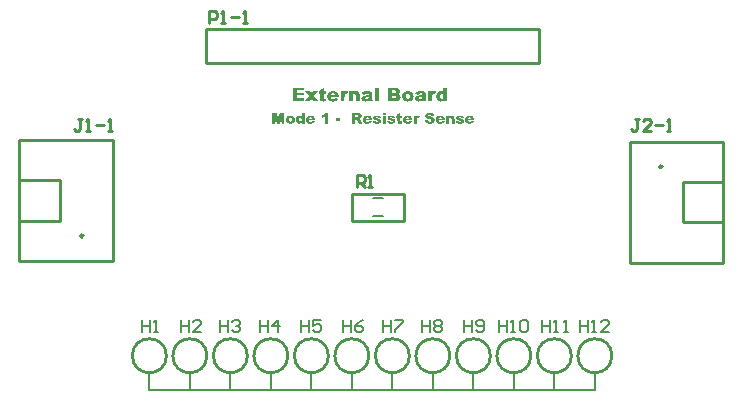
<source format=gto>
G04 Layer_Color=65535*
%FSLAX25Y25*%
%MOIN*%
G70*
G01*
G75*
%ADD21C,0.00984*%
%ADD22C,0.01000*%
%ADD23C,0.00800*%
%ADD24C,0.00787*%
G36*
X124795Y97562D02*
X124900D01*
X125011Y97549D01*
X125123Y97535D01*
X125228Y97522D01*
X125320Y97496D01*
X125333D01*
X125359Y97483D01*
X125398Y97463D01*
X125451Y97444D01*
X125510Y97411D01*
X125569Y97371D01*
X125634Y97325D01*
X125694Y97273D01*
X125700Y97267D01*
X125720Y97247D01*
X125746Y97214D01*
X125779Y97168D01*
X125818Y97109D01*
X125864Y97043D01*
X125903Y96965D01*
X125943Y96873D01*
X124998Y96781D01*
Y96788D01*
X124992Y96801D01*
X124978Y96827D01*
X124965Y96853D01*
X124926Y96912D01*
X124873Y96965D01*
X124867Y96971D01*
X124854Y96978D01*
X124828Y96991D01*
X124795Y97004D01*
X124749Y97017D01*
X124703Y97030D01*
X124644Y97043D01*
X124526D01*
X124493Y97037D01*
X124408Y97017D01*
X124368Y96997D01*
X124336Y96978D01*
X124322Y96965D01*
X124303Y96939D01*
X124276Y96893D01*
X124270Y96866D01*
X124263Y96833D01*
Y96827D01*
Y96820D01*
X124276Y96781D01*
X124303Y96728D01*
X124322Y96709D01*
X124355Y96689D01*
X124362D01*
X124375Y96683D01*
X124401Y96670D01*
X124447Y96656D01*
X124499Y96643D01*
X124578Y96630D01*
X124670Y96610D01*
X124782Y96597D01*
X124801D01*
X124828Y96591D01*
X124860D01*
X124906Y96584D01*
X124952Y96578D01*
X125064Y96558D01*
X125182Y96538D01*
X125306Y96512D01*
X125425Y96479D01*
X125523Y96440D01*
X125536Y96433D01*
X125562Y96420D01*
X125608Y96400D01*
X125661Y96368D01*
X125720Y96328D01*
X125785Y96276D01*
X125844Y96217D01*
X125897Y96151D01*
X125903Y96145D01*
X125917Y96118D01*
X125936Y96079D01*
X125962Y96033D01*
X125989Y95974D01*
X126008Y95902D01*
X126022Y95823D01*
X126028Y95745D01*
Y95738D01*
Y95705D01*
X126022Y95666D01*
X126008Y95607D01*
X125995Y95541D01*
X125969Y95463D01*
X125936Y95384D01*
X125890Y95305D01*
X125884Y95298D01*
X125864Y95272D01*
X125831Y95233D01*
X125785Y95187D01*
X125726Y95135D01*
X125648Y95075D01*
X125562Y95023D01*
X125457Y94971D01*
X125444Y94964D01*
X125405Y94951D01*
X125339Y94931D01*
X125247Y94911D01*
X125136Y94885D01*
X124998Y94866D01*
X124841Y94852D01*
X124664Y94846D01*
X124598D01*
X124546Y94852D01*
X124486D01*
X124421Y94859D01*
X124349Y94866D01*
X124270Y94872D01*
X124099Y94898D01*
X123935Y94931D01*
X123778Y94984D01*
X123706Y95016D01*
X123647Y95049D01*
X123634Y95056D01*
X123601Y95088D01*
X123548Y95135D01*
X123483Y95200D01*
X123417Y95279D01*
X123358Y95384D01*
X123299Y95502D01*
X123260Y95633D01*
X124250Y95725D01*
Y95718D01*
X124263Y95692D01*
X124276Y95666D01*
X124296Y95626D01*
X124342Y95535D01*
X124375Y95495D01*
X124414Y95463D01*
X124421D01*
X124434Y95449D01*
X124460Y95443D01*
X124493Y95430D01*
X124532Y95416D01*
X124585Y95403D01*
X124644Y95397D01*
X124709Y95390D01*
X124742D01*
X124782Y95397D01*
X124828Y95403D01*
X124926Y95430D01*
X124972Y95449D01*
X125018Y95476D01*
X125024D01*
X125031Y95489D01*
X125064Y95515D01*
X125096Y95567D01*
X125103Y95600D01*
X125110Y95633D01*
Y95640D01*
Y95653D01*
X125096Y95692D01*
X125083Y95718D01*
X125064Y95745D01*
X125038Y95771D01*
X124998Y95797D01*
X124992D01*
X124978Y95804D01*
X124952Y95817D01*
X124913Y95830D01*
X124860Y95843D01*
X124788Y95863D01*
X124690Y95882D01*
X124572Y95902D01*
X124565D01*
X124552Y95909D01*
X124519D01*
X124486Y95915D01*
X124447Y95928D01*
X124395Y95935D01*
X124283Y95961D01*
X124165Y95987D01*
X124040Y96013D01*
X123935Y96040D01*
X123883Y96059D01*
X123844Y96073D01*
X123837Y96079D01*
X123811Y96086D01*
X123771Y96105D01*
X123725Y96138D01*
X123673Y96171D01*
X123620Y96217D01*
X123562Y96269D01*
X123509Y96335D01*
X123502Y96342D01*
X123489Y96368D01*
X123463Y96407D01*
X123443Y96453D01*
X123417Y96519D01*
X123391Y96584D01*
X123378Y96663D01*
X123371Y96748D01*
Y96761D01*
Y96794D01*
X123378Y96840D01*
X123391Y96906D01*
X123404Y96971D01*
X123430Y97050D01*
X123470Y97122D01*
X123516Y97194D01*
X123522Y97201D01*
X123542Y97227D01*
X123575Y97260D01*
X123627Y97299D01*
X123686Y97345D01*
X123752Y97391D01*
X123837Y97430D01*
X123929Y97470D01*
X123942Y97476D01*
X123975Y97483D01*
X124034Y97503D01*
X124119Y97522D01*
X124217Y97535D01*
X124336Y97555D01*
X124480Y97562D01*
X124637Y97568D01*
X124755D01*
X124795Y97562D01*
D02*
G37*
G36*
X147683D02*
X147788D01*
X147899Y97549D01*
X148011Y97535D01*
X148116Y97522D01*
X148207Y97496D01*
X148221D01*
X148247Y97483D01*
X148286Y97463D01*
X148339Y97444D01*
X148398Y97411D01*
X148457Y97371D01*
X148522Y97325D01*
X148581Y97273D01*
X148588Y97267D01*
X148608Y97247D01*
X148634Y97214D01*
X148667Y97168D01*
X148706Y97109D01*
X148752Y97043D01*
X148791Y96965D01*
X148831Y96873D01*
X147886Y96781D01*
Y96788D01*
X147879Y96801D01*
X147866Y96827D01*
X147853Y96853D01*
X147814Y96912D01*
X147761Y96965D01*
X147755Y96971D01*
X147742Y96978D01*
X147715Y96991D01*
X147683Y97004D01*
X147637Y97017D01*
X147591Y97030D01*
X147532Y97043D01*
X147414D01*
X147381Y97037D01*
X147296Y97017D01*
X147256Y96997D01*
X147223Y96978D01*
X147210Y96965D01*
X147191Y96939D01*
X147164Y96893D01*
X147158Y96866D01*
X147151Y96833D01*
Y96827D01*
Y96820D01*
X147164Y96781D01*
X147191Y96728D01*
X147210Y96709D01*
X147243Y96689D01*
X147250D01*
X147263Y96683D01*
X147289Y96670D01*
X147335Y96656D01*
X147387Y96643D01*
X147466Y96630D01*
X147558Y96610D01*
X147669Y96597D01*
X147689D01*
X147715Y96591D01*
X147748D01*
X147794Y96584D01*
X147840Y96578D01*
X147951Y96558D01*
X148070Y96538D01*
X148194Y96512D01*
X148312Y96479D01*
X148411Y96440D01*
X148424Y96433D01*
X148450Y96420D01*
X148496Y96400D01*
X148548Y96368D01*
X148608Y96328D01*
X148673Y96276D01*
X148732Y96217D01*
X148785Y96151D01*
X148791Y96145D01*
X148804Y96118D01*
X148824Y96079D01*
X148850Y96033D01*
X148877Y95974D01*
X148896Y95902D01*
X148909Y95823D01*
X148916Y95745D01*
Y95738D01*
Y95705D01*
X148909Y95666D01*
X148896Y95607D01*
X148883Y95541D01*
X148857Y95463D01*
X148824Y95384D01*
X148778Y95305D01*
X148772Y95298D01*
X148752Y95272D01*
X148719Y95233D01*
X148673Y95187D01*
X148614Y95135D01*
X148535Y95075D01*
X148450Y95023D01*
X148345Y94971D01*
X148332Y94964D01*
X148293Y94951D01*
X148227Y94931D01*
X148135Y94911D01*
X148024Y94885D01*
X147886Y94866D01*
X147729Y94852D01*
X147551Y94846D01*
X147486D01*
X147433Y94852D01*
X147374D01*
X147309Y94859D01*
X147237Y94866D01*
X147158Y94872D01*
X146987Y94898D01*
X146823Y94931D01*
X146666Y94984D01*
X146594Y95016D01*
X146535Y95049D01*
X146521Y95056D01*
X146489Y95088D01*
X146436Y95135D01*
X146371Y95200D01*
X146305Y95279D01*
X146246Y95384D01*
X146187Y95502D01*
X146148Y95633D01*
X147138Y95725D01*
Y95718D01*
X147151Y95692D01*
X147164Y95666D01*
X147184Y95626D01*
X147230Y95535D01*
X147263Y95495D01*
X147302Y95463D01*
X147309D01*
X147322Y95449D01*
X147348Y95443D01*
X147381Y95430D01*
X147420Y95416D01*
X147473Y95403D01*
X147532Y95397D01*
X147597Y95390D01*
X147630D01*
X147669Y95397D01*
X147715Y95403D01*
X147814Y95430D01*
X147860Y95449D01*
X147906Y95476D01*
X147912D01*
X147919Y95489D01*
X147951Y95515D01*
X147984Y95567D01*
X147991Y95600D01*
X147997Y95633D01*
Y95640D01*
Y95653D01*
X147984Y95692D01*
X147971Y95718D01*
X147951Y95745D01*
X147925Y95771D01*
X147886Y95797D01*
X147879D01*
X147866Y95804D01*
X147840Y95817D01*
X147801Y95830D01*
X147748Y95843D01*
X147676Y95863D01*
X147578Y95882D01*
X147459Y95902D01*
X147453D01*
X147440Y95909D01*
X147407D01*
X147374Y95915D01*
X147335Y95928D01*
X147282Y95935D01*
X147171Y95961D01*
X147053Y95987D01*
X146928Y96013D01*
X146823Y96040D01*
X146771Y96059D01*
X146731Y96073D01*
X146725Y96079D01*
X146699Y96086D01*
X146659Y96105D01*
X146613Y96138D01*
X146561Y96171D01*
X146508Y96217D01*
X146449Y96269D01*
X146397Y96335D01*
X146390Y96342D01*
X146377Y96368D01*
X146351Y96407D01*
X146331Y96453D01*
X146305Y96519D01*
X146279Y96584D01*
X146266Y96663D01*
X146259Y96748D01*
Y96761D01*
Y96794D01*
X146266Y96840D01*
X146279Y96906D01*
X146292Y96971D01*
X146318Y97050D01*
X146358Y97122D01*
X146403Y97194D01*
X146410Y97201D01*
X146430Y97227D01*
X146462Y97260D01*
X146515Y97299D01*
X146574Y97345D01*
X146640Y97391D01*
X146725Y97430D01*
X146817Y97470D01*
X146830Y97476D01*
X146863Y97483D01*
X146922Y97503D01*
X147007Y97522D01*
X147105Y97535D01*
X147223Y97555D01*
X147368Y97562D01*
X147525Y97568D01*
X147643D01*
X147683Y97562D01*
D02*
G37*
G36*
X120052D02*
X120157D01*
X120268Y97549D01*
X120380Y97535D01*
X120485Y97522D01*
X120577Y97496D01*
X120590D01*
X120616Y97483D01*
X120655Y97463D01*
X120708Y97444D01*
X120767Y97411D01*
X120826Y97371D01*
X120892Y97325D01*
X120951Y97273D01*
X120957Y97267D01*
X120977Y97247D01*
X121003Y97214D01*
X121036Y97168D01*
X121075Y97109D01*
X121121Y97043D01*
X121160Y96965D01*
X121200Y96873D01*
X120255Y96781D01*
Y96788D01*
X120249Y96801D01*
X120236Y96827D01*
X120222Y96853D01*
X120183Y96912D01*
X120131Y96965D01*
X120124Y96971D01*
X120111Y96978D01*
X120085Y96991D01*
X120052Y97004D01*
X120006Y97017D01*
X119960Y97030D01*
X119901Y97043D01*
X119783D01*
X119750Y97037D01*
X119665Y97017D01*
X119625Y96997D01*
X119593Y96978D01*
X119580Y96965D01*
X119560Y96939D01*
X119534Y96893D01*
X119527Y96866D01*
X119520Y96833D01*
Y96827D01*
Y96820D01*
X119534Y96781D01*
X119560Y96728D01*
X119580Y96709D01*
X119612Y96689D01*
X119619D01*
X119632Y96683D01*
X119658Y96670D01*
X119704Y96656D01*
X119757Y96643D01*
X119835Y96630D01*
X119927Y96610D01*
X120039Y96597D01*
X120058D01*
X120085Y96591D01*
X120117D01*
X120163Y96584D01*
X120209Y96578D01*
X120321Y96558D01*
X120439Y96538D01*
X120564Y96512D01*
X120682Y96479D01*
X120780Y96440D01*
X120793Y96433D01*
X120819Y96420D01*
X120865Y96400D01*
X120918Y96368D01*
X120977Y96328D01*
X121042Y96276D01*
X121101Y96217D01*
X121154Y96151D01*
X121160Y96145D01*
X121174Y96118D01*
X121193Y96079D01*
X121220Y96033D01*
X121246Y95974D01*
X121265Y95902D01*
X121279Y95823D01*
X121285Y95745D01*
Y95738D01*
Y95705D01*
X121279Y95666D01*
X121265Y95607D01*
X121252Y95541D01*
X121226Y95463D01*
X121193Y95384D01*
X121147Y95305D01*
X121141Y95298D01*
X121121Y95272D01*
X121088Y95233D01*
X121042Y95187D01*
X120983Y95135D01*
X120905Y95075D01*
X120819Y95023D01*
X120714Y94971D01*
X120701Y94964D01*
X120662Y94951D01*
X120596Y94931D01*
X120504Y94911D01*
X120393Y94885D01*
X120255Y94866D01*
X120098Y94852D01*
X119921Y94846D01*
X119855D01*
X119803Y94852D01*
X119744D01*
X119678Y94859D01*
X119606Y94866D01*
X119527Y94872D01*
X119357Y94898D01*
X119193Y94931D01*
X119035Y94984D01*
X118963Y95016D01*
X118904Y95049D01*
X118891Y95056D01*
X118858Y95088D01*
X118806Y95135D01*
X118740Y95200D01*
X118674Y95279D01*
X118615Y95384D01*
X118556Y95502D01*
X118517Y95633D01*
X119507Y95725D01*
Y95718D01*
X119520Y95692D01*
X119534Y95666D01*
X119553Y95626D01*
X119599Y95535D01*
X119632Y95495D01*
X119671Y95463D01*
X119678D01*
X119691Y95449D01*
X119717Y95443D01*
X119750Y95430D01*
X119790Y95416D01*
X119842Y95403D01*
X119901Y95397D01*
X119967Y95390D01*
X119999D01*
X120039Y95397D01*
X120085Y95403D01*
X120183Y95430D01*
X120229Y95449D01*
X120275Y95476D01*
X120282D01*
X120288Y95489D01*
X120321Y95515D01*
X120354Y95567D01*
X120360Y95600D01*
X120367Y95633D01*
Y95640D01*
Y95653D01*
X120354Y95692D01*
X120341Y95718D01*
X120321Y95745D01*
X120295Y95771D01*
X120255Y95797D01*
X120249D01*
X120236Y95804D01*
X120209Y95817D01*
X120170Y95830D01*
X120117Y95843D01*
X120045Y95863D01*
X119947Y95882D01*
X119829Y95902D01*
X119822D01*
X119809Y95909D01*
X119776D01*
X119744Y95915D01*
X119704Y95928D01*
X119652Y95935D01*
X119540Y95961D01*
X119422Y95987D01*
X119298Y96013D01*
X119193Y96040D01*
X119140Y96059D01*
X119101Y96073D01*
X119094Y96079D01*
X119068Y96086D01*
X119028Y96105D01*
X118983Y96138D01*
X118930Y96171D01*
X118878Y96217D01*
X118819Y96269D01*
X118766Y96335D01*
X118760Y96342D01*
X118746Y96368D01*
X118720Y96407D01*
X118701Y96453D01*
X118674Y96519D01*
X118648Y96584D01*
X118635Y96663D01*
X118628Y96748D01*
Y96761D01*
Y96794D01*
X118635Y96840D01*
X118648Y96906D01*
X118661Y96971D01*
X118687Y97050D01*
X118727Y97122D01*
X118773Y97194D01*
X118779Y97201D01*
X118799Y97227D01*
X118832Y97260D01*
X118884Y97299D01*
X118943Y97345D01*
X119009Y97391D01*
X119094Y97430D01*
X119186Y97470D01*
X119199Y97476D01*
X119232Y97483D01*
X119291Y97503D01*
X119376Y97522D01*
X119475Y97535D01*
X119593Y97555D01*
X119737Y97562D01*
X119894Y97568D01*
X120012D01*
X120052Y97562D01*
D02*
G37*
G36*
X107673Y95830D02*
X106223D01*
Y96604D01*
X107673D01*
Y95830D01*
D02*
G37*
G36*
X89016Y94905D02*
X88105D01*
Y97647D01*
X87403Y94905D01*
X86576D01*
X85881Y97647D01*
Y94905D01*
X84969D01*
Y98500D01*
X86432D01*
X86989Y96309D01*
X87554Y98500D01*
X89016D01*
Y94905D01*
D02*
G37*
G36*
X137639Y98552D02*
X137698D01*
X137764Y98546D01*
X137836Y98539D01*
X137915Y98526D01*
X138085Y98493D01*
X138262Y98447D01*
X138426Y98382D01*
X138505Y98342D01*
X138577Y98296D01*
X138584D01*
X138590Y98283D01*
X138636Y98251D01*
X138695Y98185D01*
X138768Y98100D01*
X138807Y98047D01*
X138840Y97988D01*
X138879Y97916D01*
X138912Y97844D01*
X138945Y97765D01*
X138971Y97680D01*
X138991Y97581D01*
X139010Y97483D01*
X137961Y97424D01*
Y97437D01*
X137954Y97463D01*
X137941Y97509D01*
X137921Y97562D01*
X137895Y97614D01*
X137869Y97673D01*
X137829Y97732D01*
X137784Y97778D01*
X137777Y97785D01*
X137757Y97798D01*
X137731Y97811D01*
X137692Y97837D01*
X137639Y97857D01*
X137574Y97870D01*
X137502Y97883D01*
X137416Y97890D01*
X137383D01*
X137351Y97883D01*
X137305Y97877D01*
X137206Y97857D01*
X137160Y97831D01*
X137121Y97804D01*
X137114Y97798D01*
X137108Y97791D01*
X137075Y97752D01*
X137042Y97686D01*
X137036Y97647D01*
X137029Y97608D01*
Y97601D01*
Y97594D01*
X137042Y97555D01*
X137062Y97503D01*
X137082Y97476D01*
X137108Y97450D01*
X137114D01*
X137127Y97437D01*
X137147Y97424D01*
X137187Y97404D01*
X137232Y97385D01*
X137298Y97365D01*
X137377Y97339D01*
X137475Y97319D01*
X137482D01*
X137508Y97312D01*
X137547Y97306D01*
X137593Y97293D01*
X137652Y97280D01*
X137724Y97260D01*
X137803Y97240D01*
X137882Y97221D01*
X138052Y97175D01*
X138230Y97116D01*
X138387Y97057D01*
X138459Y97030D01*
X138525Y96997D01*
X138531D01*
X138538Y96991D01*
X138577Y96971D01*
X138630Y96939D01*
X138702Y96893D01*
X138774Y96833D01*
X138853Y96768D01*
X138925Y96689D01*
X138984Y96604D01*
X138991Y96591D01*
X139004Y96565D01*
X139030Y96512D01*
X139056Y96447D01*
X139082Y96368D01*
X139109Y96283D01*
X139122Y96178D01*
X139128Y96073D01*
Y96066D01*
Y96059D01*
Y96040D01*
Y96013D01*
X139115Y95948D01*
X139102Y95863D01*
X139082Y95764D01*
X139043Y95653D01*
X138997Y95541D01*
X138932Y95430D01*
X138925Y95416D01*
X138899Y95384D01*
X138853Y95331D01*
X138794Y95266D01*
X138715Y95193D01*
X138623Y95121D01*
X138518Y95056D01*
X138394Y94990D01*
X138387D01*
X138381Y94984D01*
X138361Y94977D01*
X138335Y94971D01*
X138302Y94957D01*
X138256Y94944D01*
X138210Y94931D01*
X138157Y94918D01*
X138033Y94892D01*
X137882Y94866D01*
X137718Y94852D01*
X137528Y94846D01*
X137442D01*
X137377Y94852D01*
X137305Y94859D01*
X137219Y94866D01*
X137127Y94872D01*
X137023Y94892D01*
X136813Y94931D01*
X136603Y94990D01*
X136504Y95029D01*
X136413Y95082D01*
X136327Y95135D01*
X136255Y95193D01*
X136249Y95200D01*
X136242Y95213D01*
X136222Y95233D01*
X136203Y95259D01*
X136176Y95292D01*
X136144Y95331D01*
X136111Y95384D01*
X136078Y95436D01*
X136006Y95567D01*
X135940Y95725D01*
X135894Y95895D01*
X135875Y95994D01*
X135862Y96092D01*
X136918Y96164D01*
Y96151D01*
X136924Y96118D01*
X136931Y96073D01*
X136950Y96020D01*
X136990Y95889D01*
X137023Y95823D01*
X137055Y95771D01*
X137062Y95764D01*
X137088Y95738D01*
X137127Y95705D01*
X137180Y95666D01*
X137252Y95620D01*
X137338Y95587D01*
X137436Y95561D01*
X137547Y95554D01*
X137587D01*
X137626Y95561D01*
X137685Y95567D01*
X137744Y95581D01*
X137803Y95600D01*
X137862Y95626D01*
X137915Y95659D01*
X137921Y95666D01*
X137934Y95679D01*
X137954Y95705D01*
X137980Y95731D01*
X138007Y95771D01*
X138026Y95817D01*
X138039Y95869D01*
X138046Y95922D01*
Y95928D01*
Y95948D01*
X138039Y95974D01*
X138033Y96007D01*
X138013Y96046D01*
X137994Y96086D01*
X137961Y96132D01*
X137921Y96171D01*
X137915Y96178D01*
X137895Y96191D01*
X137856Y96210D01*
X137803Y96236D01*
X137724Y96269D01*
X137626Y96309D01*
X137567Y96328D01*
X137502Y96342D01*
X137429Y96361D01*
X137351Y96381D01*
X137344D01*
X137318Y96387D01*
X137278Y96400D01*
X137232Y96407D01*
X137173Y96427D01*
X137101Y96447D01*
X137029Y96466D01*
X136950Y96492D01*
X136773Y96558D01*
X136603Y96630D01*
X136445Y96715D01*
X136373Y96761D01*
X136308Y96814D01*
Y96820D01*
X136294Y96827D01*
X136262Y96860D01*
X136209Y96919D01*
X136157Y97004D01*
X136098Y97102D01*
X136045Y97221D01*
X136012Y97352D01*
X136006Y97424D01*
X135999Y97503D01*
Y97509D01*
Y97516D01*
Y97549D01*
X136006Y97608D01*
X136019Y97673D01*
X136039Y97752D01*
X136065Y97844D01*
X136104Y97936D01*
X136157Y98027D01*
X136163Y98040D01*
X136189Y98067D01*
X136229Y98113D01*
X136281Y98172D01*
X136347Y98231D01*
X136432Y98296D01*
X136531Y98355D01*
X136642Y98414D01*
X136649D01*
X136655Y98421D01*
X136675Y98428D01*
X136701Y98434D01*
X136734Y98447D01*
X136773Y98460D01*
X136819Y98474D01*
X136872Y98487D01*
X136931Y98500D01*
X137003Y98513D01*
X137154Y98539D01*
X137331Y98552D01*
X137528Y98559D01*
X137593D01*
X137639Y98552D01*
D02*
G37*
G36*
X122801Y97817D02*
X121803D01*
Y98500D01*
X122801D01*
Y97817D01*
D02*
G37*
G36*
X95754Y94905D02*
X94815D01*
Y95285D01*
X94809Y95272D01*
X94783Y95246D01*
X94743Y95207D01*
X94697Y95154D01*
X94638Y95102D01*
X94579Y95043D01*
X94520Y94997D01*
X94455Y94957D01*
X94448Y94951D01*
X94415Y94938D01*
X94370Y94924D01*
X94317Y94905D01*
X94245Y94879D01*
X94160Y94866D01*
X94074Y94852D01*
X93976Y94846D01*
X93923D01*
X93891Y94852D01*
X93845Y94859D01*
X93792Y94866D01*
X93674Y94898D01*
X93543Y94944D01*
X93477Y94977D01*
X93412Y95016D01*
X93340Y95062D01*
X93281Y95115D01*
X93221Y95174D01*
X93162Y95246D01*
Y95253D01*
X93149Y95266D01*
X93136Y95285D01*
X93116Y95318D01*
X93097Y95358D01*
X93077Y95403D01*
X93051Y95463D01*
X93025Y95521D01*
X92998Y95587D01*
X92972Y95666D01*
X92933Y95830D01*
X92900Y96020D01*
X92887Y96230D01*
Y96236D01*
Y96256D01*
Y96296D01*
X92893Y96335D01*
Y96394D01*
X92907Y96453D01*
X92913Y96525D01*
X92926Y96597D01*
X92966Y96755D01*
X93018Y96925D01*
X93097Y97083D01*
X93143Y97155D01*
X93195Y97221D01*
X93202Y97227D01*
X93208Y97234D01*
X93228Y97253D01*
X93254Y97273D01*
X93320Y97332D01*
X93412Y97398D01*
X93523Y97457D01*
X93654Y97516D01*
X93812Y97555D01*
X93897Y97562D01*
X93982Y97568D01*
X94022D01*
X94068Y97562D01*
X94120D01*
X94186Y97549D01*
X94258Y97535D01*
X94330Y97516D01*
X94402Y97490D01*
X94409Y97483D01*
X94435Y97476D01*
X94468Y97457D01*
X94514Y97430D01*
X94566Y97398D01*
X94625Y97358D01*
X94684Y97306D01*
X94743Y97253D01*
Y98500D01*
X95754D01*
Y94905D01*
D02*
G37*
G36*
X133756Y97562D02*
X133815Y97549D01*
X133887Y97535D01*
X133966Y97509D01*
X134057Y97476D01*
X134156Y97430D01*
X133841Y96715D01*
X133834Y96722D01*
X133815Y96728D01*
X133782Y96742D01*
X133743Y96755D01*
X133651Y96781D01*
X133605Y96794D01*
X133533D01*
X133500Y96788D01*
X133454Y96775D01*
X133402Y96755D01*
X133355Y96722D01*
X133303Y96683D01*
X133257Y96630D01*
X133251Y96617D01*
X133231Y96584D01*
X133224Y96558D01*
X133211Y96525D01*
X133198Y96486D01*
X133185Y96440D01*
X133165Y96381D01*
X133152Y96322D01*
X133139Y96250D01*
X133133Y96171D01*
X133119Y96086D01*
X133113Y95994D01*
X133106Y95889D01*
Y95777D01*
Y94905D01*
X132103D01*
Y97509D01*
X133034D01*
Y97083D01*
X133041Y97096D01*
X133060Y97129D01*
X133087Y97175D01*
X133119Y97234D01*
X133211Y97358D01*
X133257Y97417D01*
X133310Y97463D01*
X133316Y97470D01*
X133336Y97483D01*
X133369Y97496D01*
X133408Y97516D01*
X133460Y97535D01*
X133526Y97555D01*
X133592Y97562D01*
X133670Y97568D01*
X133710D01*
X133756Y97562D01*
D02*
G37*
G36*
X144908D02*
X144986Y97555D01*
X145078Y97535D01*
X145183Y97509D01*
X145288Y97463D01*
X145393Y97404D01*
X145492Y97319D01*
X145505Y97306D01*
X145531Y97273D01*
X145564Y97214D01*
X145610Y97129D01*
X145656Y97024D01*
X145688Y96893D01*
X145715Y96735D01*
X145728Y96558D01*
Y94905D01*
X144724D01*
Y96335D01*
Y96348D01*
Y96374D01*
X144718Y96420D01*
X144711Y96473D01*
X144685Y96584D01*
X144665Y96637D01*
X144632Y96683D01*
X144626Y96689D01*
X144613Y96702D01*
X144593Y96715D01*
X144567Y96735D01*
X144527Y96755D01*
X144488Y96775D01*
X144435Y96781D01*
X144376Y96788D01*
X144344D01*
X144311Y96781D01*
X144271Y96768D01*
X144226Y96755D01*
X144173Y96728D01*
X144127Y96696D01*
X144081Y96650D01*
X144075Y96643D01*
X144062Y96624D01*
X144048Y96584D01*
X144029Y96538D01*
X144002Y96466D01*
X143989Y96381D01*
X143976Y96276D01*
X143970Y96151D01*
Y94905D01*
X142973D01*
Y97509D01*
X143897D01*
Y97083D01*
X143904Y97096D01*
X143937Y97129D01*
X143976Y97175D01*
X144029Y97227D01*
X144094Y97293D01*
X144166Y97352D01*
X144239Y97411D01*
X144317Y97457D01*
X144330Y97463D01*
X144357Y97476D01*
X144403Y97490D01*
X144462Y97516D01*
X144540Y97535D01*
X144632Y97549D01*
X144731Y97562D01*
X144842Y97568D01*
X144881D01*
X144908Y97562D01*
D02*
G37*
G36*
X127714Y97509D02*
X128265D01*
Y96781D01*
X127714D01*
Y95856D01*
Y95850D01*
Y95830D01*
Y95797D01*
X127720Y95764D01*
X127727Y95692D01*
X127734Y95659D01*
X127740Y95633D01*
X127753Y95620D01*
X127779Y95594D01*
X127832Y95567D01*
X127871Y95561D01*
X127911Y95554D01*
X127930D01*
X127957Y95561D01*
X127989D01*
X128035Y95567D01*
X128088Y95581D01*
X128147Y95594D01*
X128219Y95613D01*
X128298Y94924D01*
X128278D01*
X128258Y94918D01*
X128232Y94911D01*
X128160Y94898D01*
X128068Y94885D01*
X127963Y94872D01*
X127845Y94859D01*
X127727Y94852D01*
X127602Y94846D01*
X127543D01*
X127478Y94852D01*
X127392Y94859D01*
X127301Y94866D01*
X127215Y94885D01*
X127124Y94905D01*
X127051Y94938D01*
X127045Y94944D01*
X127025Y94957D01*
X126992Y94977D01*
X126953Y95010D01*
X126907Y95049D01*
X126868Y95102D01*
X126822Y95161D01*
X126789Y95226D01*
Y95233D01*
X126776Y95266D01*
X126763Y95312D01*
X126750Y95377D01*
X126736Y95469D01*
X126723Y95581D01*
X126717Y95712D01*
X126710Y95863D01*
Y96781D01*
X126343D01*
Y97509D01*
X126710D01*
Y97982D01*
X127714Y98500D01*
Y97509D01*
D02*
G37*
G36*
X130220Y97562D02*
X130279D01*
X130403Y97549D01*
X130541Y97529D01*
X130686Y97496D01*
X130830Y97457D01*
X130961Y97398D01*
X130968D01*
X130974Y97391D01*
X131014Y97365D01*
X131073Y97325D01*
X131145Y97273D01*
X131230Y97201D01*
X131309Y97116D01*
X131388Y97017D01*
X131460Y96906D01*
Y96899D01*
X131466Y96893D01*
X131473Y96873D01*
X131486Y96847D01*
X131499Y96814D01*
X131512Y96775D01*
X131545Y96683D01*
X131578Y96558D01*
X131604Y96420D01*
X131624Y96256D01*
X131630Y96073D01*
Y95961D01*
X129630D01*
Y95948D01*
X129636Y95922D01*
X129643Y95876D01*
X129656Y95823D01*
X129695Y95705D01*
X129721Y95653D01*
X129754Y95600D01*
X129761Y95594D01*
X129780Y95574D01*
X129813Y95548D01*
X129859Y95515D01*
X129912Y95482D01*
X129977Y95456D01*
X130049Y95436D01*
X130135Y95430D01*
X130161D01*
X130187Y95436D01*
X130226D01*
X130312Y95463D01*
X130358Y95476D01*
X130410Y95502D01*
X130417D01*
X130423Y95508D01*
X130463Y95541D01*
X130489Y95561D01*
X130515Y95594D01*
X130554Y95626D01*
X130587Y95672D01*
X131571Y95581D01*
Y95574D01*
X131558Y95561D01*
X131545Y95541D01*
X131532Y95515D01*
X131479Y95449D01*
X131414Y95364D01*
X131335Y95272D01*
X131243Y95174D01*
X131138Y95088D01*
X131020Y95016D01*
X131014D01*
X131007Y95010D01*
X130987Y95003D01*
X130961Y94990D01*
X130928Y94977D01*
X130889Y94964D01*
X130843Y94944D01*
X130791Y94931D01*
X130725Y94918D01*
X130659Y94898D01*
X130587Y94885D01*
X130502Y94872D01*
X130417Y94859D01*
X130318Y94852D01*
X130220Y94846D01*
X130023D01*
X129977Y94852D01*
X129931D01*
X129813Y94866D01*
X129682Y94879D01*
X129544Y94905D01*
X129413Y94944D01*
X129295Y94990D01*
X129282Y94997D01*
X129249Y95016D01*
X129190Y95056D01*
X129124Y95102D01*
X129046Y95167D01*
X128960Y95246D01*
X128882Y95338D01*
X128803Y95449D01*
Y95456D01*
X128796Y95463D01*
X128783Y95482D01*
X128777Y95508D01*
X128744Y95574D01*
X128711Y95666D01*
X128672Y95771D01*
X128646Y95902D01*
X128619Y96040D01*
X128613Y96197D01*
Y96204D01*
Y96223D01*
Y96256D01*
X128619Y96296D01*
X128626Y96348D01*
X128632Y96414D01*
X128646Y96479D01*
X128659Y96551D01*
X128705Y96709D01*
X128737Y96788D01*
X128777Y96873D01*
X128823Y96958D01*
X128875Y97037D01*
X128934Y97116D01*
X129000Y97188D01*
X129006Y97194D01*
X129019Y97207D01*
X129039Y97221D01*
X129072Y97247D01*
X129111Y97273D01*
X129164Y97306D01*
X129216Y97345D01*
X129282Y97378D01*
X129354Y97411D01*
X129439Y97450D01*
X129525Y97483D01*
X129623Y97509D01*
X129728Y97535D01*
X129839Y97555D01*
X129957Y97562D01*
X130082Y97568D01*
X130174D01*
X130220Y97562D01*
D02*
G37*
G36*
X116824D02*
X116883D01*
X117008Y97549D01*
X117146Y97529D01*
X117290Y97496D01*
X117434Y97457D01*
X117566Y97398D01*
X117572D01*
X117579Y97391D01*
X117618Y97365D01*
X117677Y97325D01*
X117749Y97273D01*
X117835Y97201D01*
X117913Y97116D01*
X117992Y97017D01*
X118064Y96906D01*
Y96899D01*
X118071Y96893D01*
X118077Y96873D01*
X118090Y96847D01*
X118104Y96814D01*
X118117Y96775D01*
X118149Y96683D01*
X118182Y96558D01*
X118209Y96420D01*
X118228Y96256D01*
X118235Y96073D01*
Y95961D01*
X116234D01*
Y95948D01*
X116241Y95922D01*
X116247Y95876D01*
X116260Y95823D01*
X116299Y95705D01*
X116326Y95653D01*
X116359Y95600D01*
X116365Y95594D01*
X116385Y95574D01*
X116418Y95548D01*
X116464Y95515D01*
X116516Y95482D01*
X116582Y95456D01*
X116654Y95436D01*
X116739Y95430D01*
X116765D01*
X116792Y95436D01*
X116831D01*
X116916Y95463D01*
X116962Y95476D01*
X117015Y95502D01*
X117021D01*
X117028Y95508D01*
X117067Y95541D01*
X117093Y95561D01*
X117120Y95594D01*
X117159Y95626D01*
X117192Y95672D01*
X118176Y95581D01*
Y95574D01*
X118163Y95561D01*
X118149Y95541D01*
X118136Y95515D01*
X118084Y95449D01*
X118018Y95364D01*
X117940Y95272D01*
X117848Y95174D01*
X117743Y95088D01*
X117625Y95016D01*
X117618D01*
X117612Y95010D01*
X117592Y95003D01*
X117566Y94990D01*
X117533Y94977D01*
X117493Y94964D01*
X117448Y94944D01*
X117395Y94931D01*
X117330Y94918D01*
X117264Y94898D01*
X117192Y94885D01*
X117106Y94872D01*
X117021Y94859D01*
X116923Y94852D01*
X116824Y94846D01*
X116628D01*
X116582Y94852D01*
X116536D01*
X116418Y94866D01*
X116286Y94879D01*
X116149Y94905D01*
X116017Y94944D01*
X115899Y94990D01*
X115886Y94997D01*
X115854Y95016D01*
X115794Y95056D01*
X115729Y95102D01*
X115650Y95167D01*
X115565Y95246D01*
X115486Y95338D01*
X115407Y95449D01*
Y95456D01*
X115401Y95463D01*
X115388Y95482D01*
X115381Y95508D01*
X115348Y95574D01*
X115316Y95666D01*
X115276Y95771D01*
X115250Y95902D01*
X115224Y96040D01*
X115217Y96197D01*
Y96204D01*
Y96223D01*
Y96256D01*
X115224Y96296D01*
X115230Y96348D01*
X115237Y96414D01*
X115250Y96479D01*
X115263Y96551D01*
X115309Y96709D01*
X115342Y96788D01*
X115381Y96873D01*
X115427Y96958D01*
X115480Y97037D01*
X115539Y97116D01*
X115604Y97188D01*
X115611Y97194D01*
X115624Y97207D01*
X115644Y97221D01*
X115676Y97247D01*
X115716Y97273D01*
X115768Y97306D01*
X115821Y97345D01*
X115886Y97378D01*
X115958Y97411D01*
X116044Y97450D01*
X116129Y97483D01*
X116227Y97509D01*
X116332Y97535D01*
X116444Y97555D01*
X116562Y97562D01*
X116687Y97568D01*
X116778D01*
X116824Y97562D01*
D02*
G37*
G36*
X91155D02*
X91214Y97555D01*
X91293Y97542D01*
X91378Y97529D01*
X91463Y97509D01*
X91555Y97490D01*
X91654Y97457D01*
X91752Y97417D01*
X91850Y97378D01*
X91949Y97319D01*
X92041Y97260D01*
X92126Y97188D01*
X92205Y97109D01*
X92211Y97102D01*
X92218Y97096D01*
X92238Y97070D01*
X92257Y97043D01*
X92283Y97011D01*
X92310Y96965D01*
X92336Y96919D01*
X92369Y96860D01*
X92428Y96728D01*
X92480Y96578D01*
X92520Y96400D01*
X92526Y96309D01*
X92533Y96210D01*
Y96204D01*
Y96184D01*
Y96151D01*
X92526Y96112D01*
X92520Y96059D01*
X92513Y96000D01*
X92500Y95935D01*
X92480Y95863D01*
X92434Y95705D01*
X92401Y95626D01*
X92362Y95541D01*
X92316Y95463D01*
X92264Y95377D01*
X92205Y95298D01*
X92133Y95226D01*
X92126Y95220D01*
X92113Y95213D01*
X92093Y95193D01*
X92060Y95167D01*
X92021Y95141D01*
X91969Y95108D01*
X91909Y95069D01*
X91844Y95036D01*
X91772Y95003D01*
X91686Y94964D01*
X91595Y94931D01*
X91496Y94905D01*
X91391Y94879D01*
X91273Y94866D01*
X91155Y94852D01*
X91024Y94846D01*
X90965D01*
X90919Y94852D01*
X90866D01*
X90807Y94866D01*
X90735Y94872D01*
X90663Y94885D01*
X90499Y94924D01*
X90329Y94977D01*
X90165Y95056D01*
X90079Y95108D01*
X90007Y95161D01*
X90000Y95167D01*
X89987Y95180D01*
X89961Y95200D01*
X89935Y95233D01*
X89896Y95272D01*
X89856Y95318D01*
X89817Y95377D01*
X89771Y95436D01*
X89725Y95508D01*
X89686Y95587D01*
X89646Y95672D01*
X89607Y95764D01*
X89581Y95863D01*
X89554Y95968D01*
X89541Y96079D01*
X89535Y96197D01*
Y96204D01*
Y96223D01*
Y96256D01*
X89541Y96296D01*
X89548Y96348D01*
X89554Y96407D01*
X89568Y96473D01*
X89587Y96545D01*
X89633Y96702D01*
X89666Y96781D01*
X89705Y96866D01*
X89751Y96945D01*
X89804Y97030D01*
X89863Y97109D01*
X89935Y97181D01*
X89942Y97188D01*
X89955Y97201D01*
X89974Y97214D01*
X90007Y97240D01*
X90046Y97273D01*
X90099Y97306D01*
X90158Y97339D01*
X90224Y97378D01*
X90296Y97411D01*
X90374Y97444D01*
X90466Y97476D01*
X90565Y97509D01*
X90670Y97535D01*
X90781Y97549D01*
X90899Y97562D01*
X91024Y97568D01*
X91096D01*
X91155Y97562D01*
D02*
G37*
G36*
X97846D02*
X97905D01*
X98030Y97549D01*
X98168Y97529D01*
X98312Y97496D01*
X98456Y97457D01*
X98588Y97398D01*
X98594D01*
X98601Y97391D01*
X98640Y97365D01*
X98699Y97325D01*
X98771Y97273D01*
X98857Y97201D01*
X98935Y97116D01*
X99014Y97017D01*
X99086Y96906D01*
Y96899D01*
X99093Y96893D01*
X99099Y96873D01*
X99112Y96847D01*
X99125Y96814D01*
X99139Y96775D01*
X99171Y96683D01*
X99204Y96558D01*
X99230Y96420D01*
X99250Y96256D01*
X99257Y96073D01*
Y95961D01*
X97256D01*
Y95948D01*
X97262Y95922D01*
X97269Y95876D01*
X97282Y95823D01*
X97321Y95705D01*
X97348Y95653D01*
X97381Y95600D01*
X97387Y95594D01*
X97407Y95574D01*
X97439Y95548D01*
X97486Y95515D01*
X97538Y95482D01*
X97603Y95456D01*
X97676Y95436D01*
X97761Y95430D01*
X97787D01*
X97813Y95436D01*
X97853D01*
X97938Y95463D01*
X97984Y95476D01*
X98036Y95502D01*
X98043D01*
X98050Y95508D01*
X98089Y95541D01*
X98115Y95561D01*
X98141Y95594D01*
X98181Y95626D01*
X98214Y95672D01*
X99198Y95581D01*
Y95574D01*
X99185Y95561D01*
X99171Y95541D01*
X99158Y95515D01*
X99106Y95449D01*
X99040Y95364D01*
X98962Y95272D01*
X98870Y95174D01*
X98765Y95088D01*
X98647Y95016D01*
X98640D01*
X98633Y95010D01*
X98614Y95003D01*
X98588Y94990D01*
X98555Y94977D01*
X98515Y94964D01*
X98470Y94944D01*
X98417Y94931D01*
X98351Y94918D01*
X98286Y94898D01*
X98214Y94885D01*
X98128Y94872D01*
X98043Y94859D01*
X97945Y94852D01*
X97846Y94846D01*
X97650D01*
X97603Y94852D01*
X97558D01*
X97439Y94866D01*
X97308Y94879D01*
X97171Y94905D01*
X97039Y94944D01*
X96921Y94990D01*
X96908Y94997D01*
X96875Y95016D01*
X96816Y95056D01*
X96751Y95102D01*
X96672Y95167D01*
X96587Y95246D01*
X96508Y95338D01*
X96429Y95449D01*
Y95456D01*
X96423Y95463D01*
X96410Y95482D01*
X96403Y95508D01*
X96370Y95574D01*
X96337Y95666D01*
X96298Y95771D01*
X96272Y95902D01*
X96246Y96040D01*
X96239Y96197D01*
Y96204D01*
Y96223D01*
Y96256D01*
X96246Y96296D01*
X96252Y96348D01*
X96259Y96414D01*
X96272Y96479D01*
X96285Y96551D01*
X96331Y96709D01*
X96364Y96788D01*
X96403Y96873D01*
X96449Y96958D01*
X96501Y97037D01*
X96561Y97116D01*
X96626Y97188D01*
X96633Y97194D01*
X96646Y97207D01*
X96666Y97221D01*
X96698Y97247D01*
X96738Y97273D01*
X96790Y97306D01*
X96843Y97345D01*
X96908Y97378D01*
X96980Y97411D01*
X97066Y97450D01*
X97151Y97483D01*
X97249Y97509D01*
X97354Y97535D01*
X97466Y97555D01*
X97584Y97562D01*
X97708Y97568D01*
X97800D01*
X97846Y97562D01*
D02*
G37*
G36*
X113538Y98493D02*
X113656Y98487D01*
X113780Y98480D01*
X113912Y98460D01*
X114036Y98441D01*
X114148Y98408D01*
X114161Y98401D01*
X114194Y98388D01*
X114246Y98369D01*
X114305Y98336D01*
X114377Y98290D01*
X114450Y98231D01*
X114522Y98165D01*
X114587Y98080D01*
X114594Y98067D01*
X114614Y98040D01*
X114640Y97988D01*
X114673Y97916D01*
X114706Y97831D01*
X114732Y97732D01*
X114751Y97621D01*
X114758Y97496D01*
Y97483D01*
Y97444D01*
X114751Y97391D01*
X114745Y97319D01*
X114725Y97240D01*
X114706Y97155D01*
X114673Y97063D01*
X114627Y96978D01*
X114620Y96971D01*
X114607Y96945D01*
X114574Y96906D01*
X114535Y96853D01*
X114482Y96801D01*
X114423Y96742D01*
X114351Y96683D01*
X114272Y96630D01*
X114266Y96624D01*
X114246Y96617D01*
X114214Y96597D01*
X114174Y96578D01*
X114115Y96558D01*
X114049Y96532D01*
X113971Y96512D01*
X113885Y96486D01*
X113892D01*
X113918Y96473D01*
X113951Y96460D01*
X113997Y96447D01*
X114089Y96400D01*
X114135Y96381D01*
X114174Y96355D01*
X114187Y96348D01*
X114200Y96335D01*
X114220Y96315D01*
X114246Y96289D01*
X114272Y96256D01*
X114312Y96217D01*
X114351Y96164D01*
X114358Y96158D01*
X114371Y96138D01*
X114391Y96112D01*
X114417Y96086D01*
X114469Y96007D01*
X114489Y95974D01*
X114509Y95941D01*
X115053Y94905D01*
X113794D01*
X113197Y96000D01*
X113190Y96007D01*
X113177Y96033D01*
X113157Y96073D01*
X113131Y96112D01*
X113066Y96204D01*
X113026Y96243D01*
X112993Y96276D01*
X112987Y96283D01*
X112974Y96289D01*
X112947Y96302D01*
X112915Y96322D01*
X112875Y96335D01*
X112829Y96348D01*
X112777Y96355D01*
X112718Y96361D01*
X112626D01*
Y94905D01*
X111511D01*
Y98500D01*
X113492D01*
X113538Y98493D01*
D02*
G37*
G36*
X122801Y94905D02*
X121803D01*
Y97509D01*
X122801D01*
Y94905D01*
D02*
G37*
G36*
X103560D02*
X102550D01*
Y97293D01*
X102537Y97286D01*
X102510Y97260D01*
X102458Y97227D01*
X102399Y97181D01*
X102327Y97135D01*
X102242Y97083D01*
X102156Y97030D01*
X102071Y96984D01*
X102058Y96978D01*
X102032Y96965D01*
X101979Y96945D01*
X101913Y96919D01*
X101828Y96886D01*
X101736Y96847D01*
X101625Y96814D01*
X101500Y96775D01*
Y97588D01*
X101507D01*
X101520Y97594D01*
X101546Y97608D01*
X101585Y97614D01*
X101625Y97634D01*
X101677Y97654D01*
X101789Y97699D01*
X101913Y97759D01*
X102045Y97824D01*
X102176Y97896D01*
X102287Y97982D01*
X102294D01*
X102301Y97995D01*
X102333Y98021D01*
X102386Y98073D01*
X102451Y98146D01*
X102524Y98224D01*
X102596Y98323D01*
X102668Y98434D01*
X102734Y98559D01*
X103560D01*
Y94905D01*
D02*
G37*
G36*
X141103Y97562D02*
X141162D01*
X141287Y97549D01*
X141424Y97529D01*
X141569Y97496D01*
X141713Y97457D01*
X141844Y97398D01*
X141851D01*
X141857Y97391D01*
X141897Y97365D01*
X141956Y97325D01*
X142028Y97273D01*
X142113Y97201D01*
X142192Y97116D01*
X142271Y97017D01*
X142343Y96906D01*
Y96899D01*
X142349Y96893D01*
X142356Y96873D01*
X142369Y96847D01*
X142382Y96814D01*
X142395Y96775D01*
X142428Y96683D01*
X142461Y96558D01*
X142487Y96420D01*
X142507Y96256D01*
X142513Y96073D01*
Y95961D01*
X140513D01*
Y95948D01*
X140519Y95922D01*
X140526Y95876D01*
X140539Y95823D01*
X140578Y95705D01*
X140604Y95653D01*
X140637Y95600D01*
X140644Y95594D01*
X140663Y95574D01*
X140696Y95548D01*
X140742Y95515D01*
X140795Y95482D01*
X140860Y95456D01*
X140932Y95436D01*
X141018Y95430D01*
X141044D01*
X141070Y95436D01*
X141110D01*
X141195Y95463D01*
X141241Y95476D01*
X141293Y95502D01*
X141300D01*
X141306Y95508D01*
X141346Y95541D01*
X141372Y95561D01*
X141398Y95594D01*
X141437Y95626D01*
X141470Y95672D01*
X142454Y95581D01*
Y95574D01*
X142441Y95561D01*
X142428Y95541D01*
X142415Y95515D01*
X142362Y95449D01*
X142297Y95364D01*
X142218Y95272D01*
X142126Y95174D01*
X142021Y95088D01*
X141903Y95016D01*
X141897D01*
X141890Y95010D01*
X141870Y95003D01*
X141844Y94990D01*
X141811Y94977D01*
X141772Y94964D01*
X141726Y94944D01*
X141674Y94931D01*
X141608Y94918D01*
X141542Y94898D01*
X141470Y94885D01*
X141385Y94872D01*
X141300Y94859D01*
X141201Y94852D01*
X141103Y94846D01*
X140906D01*
X140860Y94852D01*
X140814D01*
X140696Y94866D01*
X140565Y94879D01*
X140427Y94905D01*
X140296Y94944D01*
X140178Y94990D01*
X140165Y94997D01*
X140132Y95016D01*
X140073Y95056D01*
X140007Y95102D01*
X139929Y95167D01*
X139843Y95246D01*
X139765Y95338D01*
X139686Y95449D01*
Y95456D01*
X139679Y95463D01*
X139666Y95482D01*
X139660Y95508D01*
X139627Y95574D01*
X139594Y95666D01*
X139555Y95771D01*
X139529Y95902D01*
X139502Y96040D01*
X139496Y96197D01*
Y96204D01*
Y96223D01*
Y96256D01*
X139502Y96296D01*
X139509Y96348D01*
X139515Y96414D01*
X139529Y96479D01*
X139542Y96551D01*
X139588Y96709D01*
X139620Y96788D01*
X139660Y96873D01*
X139706Y96958D01*
X139758Y97037D01*
X139817Y97116D01*
X139883Y97188D01*
X139889Y97194D01*
X139902Y97207D01*
X139922Y97221D01*
X139955Y97247D01*
X139994Y97273D01*
X140047Y97306D01*
X140099Y97345D01*
X140165Y97378D01*
X140237Y97411D01*
X140322Y97450D01*
X140408Y97483D01*
X140506Y97509D01*
X140611Y97535D01*
X140722Y97555D01*
X140840Y97562D01*
X140965Y97568D01*
X141057D01*
X141103Y97562D01*
D02*
G37*
G36*
X150877D02*
X150936D01*
X151061Y97549D01*
X151199Y97529D01*
X151343Y97496D01*
X151487Y97457D01*
X151619Y97398D01*
X151625D01*
X151632Y97391D01*
X151671Y97365D01*
X151730Y97325D01*
X151802Y97273D01*
X151888Y97201D01*
X151966Y97116D01*
X152045Y97017D01*
X152117Y96906D01*
Y96899D01*
X152124Y96893D01*
X152130Y96873D01*
X152143Y96847D01*
X152156Y96814D01*
X152170Y96775D01*
X152202Y96683D01*
X152235Y96558D01*
X152261Y96420D01*
X152281Y96256D01*
X152288Y96073D01*
Y95961D01*
X150287D01*
Y95948D01*
X150294Y95922D01*
X150300Y95876D01*
X150313Y95823D01*
X150353Y95705D01*
X150379Y95653D01*
X150412Y95600D01*
X150418Y95594D01*
X150438Y95574D01*
X150471Y95548D01*
X150516Y95515D01*
X150569Y95482D01*
X150635Y95456D01*
X150707Y95436D01*
X150792Y95430D01*
X150818D01*
X150845Y95436D01*
X150884D01*
X150969Y95463D01*
X151015Y95476D01*
X151068Y95502D01*
X151074D01*
X151081Y95508D01*
X151120Y95541D01*
X151146Y95561D01*
X151172Y95594D01*
X151212Y95626D01*
X151245Y95672D01*
X152229Y95581D01*
Y95574D01*
X152216Y95561D01*
X152202Y95541D01*
X152189Y95515D01*
X152137Y95449D01*
X152071Y95364D01*
X151992Y95272D01*
X151901Y95174D01*
X151796Y95088D01*
X151678Y95016D01*
X151671D01*
X151664Y95010D01*
X151645Y95003D01*
X151619Y94990D01*
X151586Y94977D01*
X151546Y94964D01*
X151500Y94944D01*
X151448Y94931D01*
X151382Y94918D01*
X151317Y94898D01*
X151245Y94885D01*
X151159Y94872D01*
X151074Y94859D01*
X150976Y94852D01*
X150877Y94846D01*
X150680D01*
X150635Y94852D01*
X150589D01*
X150471Y94866D01*
X150339Y94879D01*
X150202Y94905D01*
X150070Y94944D01*
X149952Y94990D01*
X149939Y94997D01*
X149906Y95016D01*
X149847Y95056D01*
X149782Y95102D01*
X149703Y95167D01*
X149618Y95246D01*
X149539Y95338D01*
X149460Y95449D01*
Y95456D01*
X149454Y95463D01*
X149441Y95482D01*
X149434Y95508D01*
X149401Y95574D01*
X149369Y95666D01*
X149329Y95771D01*
X149303Y95902D01*
X149277Y96040D01*
X149270Y96197D01*
Y96204D01*
Y96223D01*
Y96256D01*
X149277Y96296D01*
X149283Y96348D01*
X149290Y96414D01*
X149303Y96479D01*
X149316Y96551D01*
X149362Y96709D01*
X149395Y96788D01*
X149434Y96873D01*
X149480Y96958D01*
X149532Y97037D01*
X149592Y97116D01*
X149657Y97188D01*
X149664Y97194D01*
X149677Y97207D01*
X149697Y97221D01*
X149729Y97247D01*
X149769Y97273D01*
X149821Y97306D01*
X149874Y97345D01*
X149939Y97378D01*
X150011Y97411D01*
X150097Y97450D01*
X150182Y97483D01*
X150280Y97509D01*
X150385Y97535D01*
X150497Y97555D01*
X150615Y97562D01*
X150740Y97568D01*
X150831D01*
X150877Y97562D01*
D02*
G37*
G36*
X139105Y105709D02*
X139180Y105692D01*
X139272Y105675D01*
X139373Y105642D01*
X139490Y105600D01*
X139616Y105541D01*
X139214Y104628D01*
X139205Y104636D01*
X139180Y104645D01*
X139138Y104662D01*
X139088Y104678D01*
X138970Y104712D01*
X138912Y104728D01*
X138820D01*
X138778Y104720D01*
X138719Y104703D01*
X138652Y104678D01*
X138593Y104636D01*
X138526Y104586D01*
X138468Y104519D01*
X138459Y104502D01*
X138434Y104460D01*
X138426Y104427D01*
X138409Y104385D01*
X138392Y104335D01*
X138375Y104276D01*
X138350Y104201D01*
X138334Y104125D01*
X138317Y104033D01*
X138309Y103932D01*
X138292Y103823D01*
X138283Y103706D01*
X138275Y103572D01*
Y103430D01*
Y102315D01*
X136993D01*
Y105642D01*
X138183D01*
Y105097D01*
X138191Y105114D01*
X138216Y105156D01*
X138250Y105215D01*
X138292Y105290D01*
X138409Y105449D01*
X138468Y105525D01*
X138535Y105583D01*
X138543Y105592D01*
X138568Y105608D01*
X138610Y105625D01*
X138660Y105650D01*
X138727Y105675D01*
X138811Y105701D01*
X138895Y105709D01*
X138996Y105717D01*
X139046D01*
X139105Y105709D01*
D02*
G37*
G36*
X134688D02*
X134831Y105701D01*
X134990Y105692D01*
X135141Y105675D01*
X135275Y105650D01*
X135292D01*
X135334Y105634D01*
X135401Y105617D01*
X135484Y105592D01*
X135577Y105558D01*
X135669Y105508D01*
X135769Y105449D01*
X135862Y105382D01*
X135870Y105374D01*
X135887Y105357D01*
X135920Y105324D01*
X135954Y105282D01*
X135996Y105223D01*
X136038Y105156D01*
X136079Y105072D01*
X136113Y104980D01*
X136121Y104972D01*
X136130Y104938D01*
X136146Y104888D01*
X136163Y104821D01*
X136180Y104745D01*
X136197Y104662D01*
X136214Y104578D01*
Y104485D01*
Y103019D01*
Y103011D01*
Y102977D01*
Y102935D01*
Y102885D01*
X136222Y102768D01*
X136230Y102709D01*
X136239Y102650D01*
Y102642D01*
X136247Y102625D01*
X136255Y102600D01*
X136272Y102558D01*
X136289Y102508D01*
X136306Y102449D01*
X136373Y102315D01*
X135174D01*
Y102323D01*
X135166Y102340D01*
X135133Y102391D01*
X135099Y102449D01*
X135074Y102508D01*
Y102525D01*
X135065Y102558D01*
X135049Y102625D01*
X135032Y102717D01*
X135023Y102709D01*
X134990Y102675D01*
X134940Y102634D01*
X134873Y102583D01*
X134797Y102525D01*
X134713Y102474D01*
X134630Y102416D01*
X134537Y102374D01*
X134521Y102365D01*
X134479Y102357D01*
X134403Y102332D01*
X134311Y102307D01*
X134194Y102282D01*
X134060Y102265D01*
X133909Y102248D01*
X133750Y102240D01*
X133691D01*
X133649Y102248D01*
X133599D01*
X133540Y102256D01*
X133406Y102273D01*
X133264Y102307D01*
X133113Y102357D01*
X132962Y102416D01*
X132836Y102508D01*
X132820Y102525D01*
X132786Y102558D01*
X132744Y102617D01*
X132685Y102701D01*
X132627Y102801D01*
X132585Y102919D01*
X132551Y103044D01*
X132535Y103195D01*
Y103203D01*
Y103212D01*
Y103262D01*
X132543Y103329D01*
X132560Y103413D01*
X132585Y103513D01*
X132627Y103614D01*
X132677Y103723D01*
X132753Y103815D01*
X132761Y103823D01*
X132794Y103857D01*
X132853Y103899D01*
X132937Y103949D01*
X133054Y104008D01*
X133197Y104067D01*
X133364Y104125D01*
X133465Y104150D01*
X133574Y104175D01*
X133582D01*
X133607Y104184D01*
X133641Y104192D01*
X133691Y104201D01*
X133750Y104209D01*
X133817Y104226D01*
X133959Y104251D01*
X134118Y104284D01*
X134269Y104318D01*
X134403Y104351D01*
X134462Y104368D01*
X134504Y104377D01*
X134512D01*
X134546Y104385D01*
X134588Y104402D01*
X134646Y104419D01*
X134713Y104444D01*
X134789Y104469D01*
X134965Y104536D01*
Y104544D01*
Y104569D01*
X134957Y104611D01*
Y104662D01*
X134923Y104762D01*
X134898Y104812D01*
X134864Y104854D01*
X134856Y104863D01*
X134847Y104871D01*
X134822Y104888D01*
X134781Y104904D01*
X134739Y104921D01*
X134680Y104938D01*
X134605Y104955D01*
X134470D01*
X134412Y104946D01*
X134345D01*
X134194Y104913D01*
X134118Y104888D01*
X134051Y104854D01*
X134043D01*
X134035Y104838D01*
X134010Y104821D01*
X133984Y104787D01*
X133951Y104745D01*
X133917Y104695D01*
X133884Y104636D01*
X133859Y104561D01*
X132635Y104687D01*
Y104703D01*
X132652Y104737D01*
X132660Y104796D01*
X132685Y104871D01*
X132711Y104946D01*
X132744Y105030D01*
X132786Y105114D01*
X132828Y105189D01*
X132836Y105198D01*
X132853Y105223D01*
X132887Y105256D01*
X132929Y105298D01*
X132979Y105349D01*
X133046Y105399D01*
X133121Y105458D01*
X133205Y105508D01*
X133213Y105516D01*
X133239Y105525D01*
X133281Y105541D01*
X133331Y105567D01*
X133398Y105592D01*
X133482Y105617D01*
X133574Y105642D01*
X133683Y105659D01*
X133700D01*
X133733Y105667D01*
X133800Y105675D01*
X133884Y105692D01*
X133984Y105701D01*
X134093Y105709D01*
X134219Y105717D01*
X134554D01*
X134688Y105709D01*
D02*
G37*
G36*
X126266Y106899D02*
X126325D01*
X126384Y106891D01*
X126535Y106865D01*
X126702Y106824D01*
X126870Y106765D01*
X127029Y106681D01*
X127180Y106572D01*
X127188D01*
X127197Y106555D01*
X127239Y106514D01*
X127297Y106446D01*
X127364Y106346D01*
X127423Y106228D01*
X127481Y106095D01*
X127523Y105935D01*
X127540Y105851D01*
Y105759D01*
Y105751D01*
Y105743D01*
Y105692D01*
X127523Y105617D01*
X127507Y105525D01*
X127473Y105416D01*
X127431Y105298D01*
X127364Y105181D01*
X127280Y105064D01*
X127272Y105055D01*
X127247Y105030D01*
X127213Y104997D01*
X127155Y104955D01*
X127088Y104904D01*
X127004Y104854D01*
X126903Y104804D01*
X126786Y104754D01*
X126794D01*
X126811Y104745D01*
X126836D01*
X126870Y104728D01*
X126954Y104703D01*
X127062Y104662D01*
X127180Y104603D01*
X127305Y104527D01*
X127415Y104444D01*
X127515Y104343D01*
X127523Y104326D01*
X127549Y104293D01*
X127591Y104226D01*
X127632Y104142D01*
X127674Y104041D01*
X127716Y103916D01*
X127741Y103773D01*
X127750Y103614D01*
Y103597D01*
Y103555D01*
X127741Y103488D01*
X127733Y103404D01*
X127708Y103304D01*
X127683Y103195D01*
X127641Y103086D01*
X127582Y102977D01*
X127574Y102969D01*
X127549Y102927D01*
X127515Y102876D01*
X127465Y102818D01*
X127398Y102743D01*
X127314Y102667D01*
X127222Y102592D01*
X127121Y102525D01*
X127113D01*
X127088Y102508D01*
X127046Y102491D01*
X126987Y102466D01*
X126912Y102441D01*
X126820Y102416D01*
X126711Y102399D01*
X126585Y102374D01*
X126568D01*
X126543Y102365D01*
X126509D01*
X126426Y102357D01*
X126325Y102349D01*
X126216Y102332D01*
X126116Y102323D01*
X126023Y102315D01*
X123501D01*
Y106907D01*
X126225D01*
X126266Y106899D01*
D02*
G37*
G36*
X98956Y104050D02*
X100171Y102315D01*
X98680D01*
X98068Y103379D01*
X97347Y102315D01*
X95964D01*
X97171Y104050D01*
X96023Y105642D01*
X97540D01*
X98068Y104712D01*
X98680Y105642D01*
X100087D01*
X98956Y104050D01*
D02*
G37*
G36*
X109858Y105709D02*
X109934Y105692D01*
X110026Y105675D01*
X110126Y105642D01*
X110244Y105600D01*
X110370Y105541D01*
X109967Y104628D01*
X109959Y104636D01*
X109934Y104645D01*
X109892Y104662D01*
X109842Y104678D01*
X109724Y104712D01*
X109666Y104728D01*
X109573D01*
X109532Y104720D01*
X109473Y104703D01*
X109406Y104678D01*
X109347Y104636D01*
X109280Y104586D01*
X109221Y104519D01*
X109213Y104502D01*
X109188Y104460D01*
X109180Y104427D01*
X109163Y104385D01*
X109146Y104335D01*
X109129Y104276D01*
X109104Y104201D01*
X109087Y104125D01*
X109071Y104033D01*
X109062Y103932D01*
X109046Y103823D01*
X109037Y103706D01*
X109029Y103572D01*
Y103430D01*
Y102315D01*
X107747D01*
Y105642D01*
X108937D01*
Y105097D01*
X108945Y105114D01*
X108970Y105156D01*
X109004Y105215D01*
X109046Y105290D01*
X109163Y105449D01*
X109221Y105525D01*
X109289Y105583D01*
X109297Y105592D01*
X109322Y105608D01*
X109364Y105625D01*
X109414Y105650D01*
X109481Y105675D01*
X109565Y105701D01*
X109649Y105709D01*
X109749Y105717D01*
X109800D01*
X109858Y105709D01*
D02*
G37*
G36*
X113051D02*
X113152Y105701D01*
X113269Y105675D01*
X113403Y105642D01*
X113537Y105583D01*
X113671Y105508D01*
X113797Y105399D01*
X113814Y105382D01*
X113847Y105340D01*
X113889Y105265D01*
X113948Y105156D01*
X114006Y105022D01*
X114048Y104854D01*
X114082Y104653D01*
X114099Y104427D01*
Y102315D01*
X112817D01*
Y104142D01*
Y104159D01*
Y104192D01*
X112808Y104251D01*
X112800Y104318D01*
X112766Y104460D01*
X112741Y104527D01*
X112699Y104586D01*
X112691Y104595D01*
X112674Y104611D01*
X112649Y104628D01*
X112615Y104653D01*
X112565Y104678D01*
X112515Y104703D01*
X112448Y104712D01*
X112372Y104720D01*
X112330D01*
X112289Y104712D01*
X112238Y104695D01*
X112180Y104678D01*
X112113Y104645D01*
X112054Y104603D01*
X111995Y104544D01*
X111987Y104536D01*
X111970Y104511D01*
X111953Y104460D01*
X111928Y104402D01*
X111895Y104309D01*
X111878Y104201D01*
X111861Y104067D01*
X111853Y103907D01*
Y102315D01*
X110579D01*
Y105642D01*
X111761D01*
Y105097D01*
X111769Y105114D01*
X111811Y105156D01*
X111861Y105215D01*
X111928Y105282D01*
X112012Y105365D01*
X112104Y105441D01*
X112196Y105516D01*
X112297Y105575D01*
X112314Y105583D01*
X112347Y105600D01*
X112406Y105617D01*
X112481Y105650D01*
X112582Y105675D01*
X112699Y105692D01*
X112825Y105709D01*
X112967Y105717D01*
X113018D01*
X113051Y105709D01*
D02*
G37*
G36*
X120467Y102315D02*
X119185D01*
Y106907D01*
X120467D01*
Y102315D01*
D02*
G37*
G36*
X130322Y105709D02*
X130398Y105701D01*
X130498Y105684D01*
X130607Y105667D01*
X130716Y105642D01*
X130833Y105617D01*
X130959Y105575D01*
X131085Y105525D01*
X131211Y105474D01*
X131336Y105399D01*
X131454Y105324D01*
X131563Y105231D01*
X131663Y105131D01*
X131672Y105122D01*
X131680Y105114D01*
X131705Y105080D01*
X131730Y105047D01*
X131764Y105005D01*
X131797Y104946D01*
X131831Y104888D01*
X131873Y104812D01*
X131948Y104645D01*
X132015Y104452D01*
X132065Y104226D01*
X132074Y104108D01*
X132082Y103983D01*
Y103974D01*
Y103949D01*
Y103907D01*
X132074Y103857D01*
X132065Y103790D01*
X132057Y103715D01*
X132040Y103631D01*
X132015Y103539D01*
X131956Y103337D01*
X131914Y103237D01*
X131864Y103128D01*
X131806Y103027D01*
X131739Y102919D01*
X131663Y102818D01*
X131571Y102726D01*
X131563Y102717D01*
X131546Y102709D01*
X131521Y102684D01*
X131479Y102650D01*
X131429Y102617D01*
X131361Y102575D01*
X131286Y102525D01*
X131202Y102483D01*
X131110Y102441D01*
X131001Y102391D01*
X130884Y102349D01*
X130758Y102315D01*
X130624Y102282D01*
X130473Y102265D01*
X130322Y102248D01*
X130155Y102240D01*
X130079D01*
X130021Y102248D01*
X129954D01*
X129878Y102265D01*
X129786Y102273D01*
X129694Y102290D01*
X129484Y102340D01*
X129267Y102407D01*
X129057Y102508D01*
X128948Y102575D01*
X128856Y102642D01*
X128848Y102650D01*
X128831Y102667D01*
X128797Y102692D01*
X128764Y102734D01*
X128713Y102784D01*
X128663Y102843D01*
X128613Y102919D01*
X128554Y102994D01*
X128496Y103086D01*
X128445Y103187D01*
X128395Y103296D01*
X128345Y103413D01*
X128311Y103539D01*
X128278Y103673D01*
X128261Y103815D01*
X128252Y103966D01*
Y103974D01*
Y103999D01*
Y104041D01*
X128261Y104092D01*
X128269Y104159D01*
X128278Y104234D01*
X128294Y104318D01*
X128320Y104410D01*
X128378Y104611D01*
X128420Y104712D01*
X128470Y104821D01*
X128529Y104921D01*
X128596Y105030D01*
X128672Y105131D01*
X128764Y105223D01*
X128772Y105231D01*
X128789Y105248D01*
X128814Y105265D01*
X128856Y105298D01*
X128906Y105340D01*
X128973Y105382D01*
X129049Y105424D01*
X129132Y105474D01*
X129225Y105516D01*
X129325Y105558D01*
X129442Y105600D01*
X129568Y105642D01*
X129702Y105675D01*
X129845Y105692D01*
X129996Y105709D01*
X130155Y105717D01*
X130247D01*
X130322Y105709D01*
D02*
G37*
G36*
X105342D02*
X105417D01*
X105576Y105692D01*
X105752Y105667D01*
X105937Y105625D01*
X106121Y105575D01*
X106289Y105499D01*
X106297D01*
X106305Y105491D01*
X106356Y105458D01*
X106431Y105407D01*
X106523Y105340D01*
X106632Y105248D01*
X106733Y105139D01*
X106833Y105013D01*
X106925Y104871D01*
Y104863D01*
X106934Y104854D01*
X106942Y104829D01*
X106959Y104796D01*
X106976Y104754D01*
X106992Y104703D01*
X107034Y104586D01*
X107076Y104427D01*
X107110Y104251D01*
X107135Y104041D01*
X107143Y103807D01*
Y103664D01*
X104587D01*
Y103647D01*
X104596Y103614D01*
X104604Y103555D01*
X104621Y103488D01*
X104671Y103337D01*
X104705Y103270D01*
X104747Y103203D01*
X104755Y103195D01*
X104780Y103170D01*
X104822Y103136D01*
X104881Y103094D01*
X104948Y103052D01*
X105032Y103019D01*
X105124Y102994D01*
X105233Y102986D01*
X105266D01*
X105300Y102994D01*
X105350D01*
X105459Y103027D01*
X105517Y103044D01*
X105585Y103078D01*
X105593D01*
X105601Y103086D01*
X105652Y103128D01*
X105685Y103153D01*
X105719Y103195D01*
X105769Y103237D01*
X105811Y103296D01*
X107068Y103178D01*
Y103170D01*
X107051Y103153D01*
X107034Y103128D01*
X107018Y103094D01*
X106950Y103011D01*
X106867Y102902D01*
X106766Y102784D01*
X106649Y102659D01*
X106515Y102550D01*
X106364Y102457D01*
X106356D01*
X106347Y102449D01*
X106322Y102441D01*
X106289Y102424D01*
X106247Y102407D01*
X106196Y102391D01*
X106138Y102365D01*
X106071Y102349D01*
X105987Y102332D01*
X105903Y102307D01*
X105811Y102290D01*
X105702Y102273D01*
X105593Y102256D01*
X105467Y102248D01*
X105342Y102240D01*
X105090D01*
X105032Y102248D01*
X104973D01*
X104822Y102265D01*
X104654Y102282D01*
X104478Y102315D01*
X104311Y102365D01*
X104160Y102424D01*
X104143Y102432D01*
X104101Y102457D01*
X104026Y102508D01*
X103942Y102567D01*
X103841Y102650D01*
X103733Y102751D01*
X103632Y102868D01*
X103532Y103011D01*
Y103019D01*
X103523Y103027D01*
X103506Y103052D01*
X103498Y103086D01*
X103456Y103170D01*
X103414Y103287D01*
X103364Y103421D01*
X103330Y103589D01*
X103297Y103765D01*
X103288Y103966D01*
Y103974D01*
Y103999D01*
Y104041D01*
X103297Y104092D01*
X103305Y104159D01*
X103314Y104243D01*
X103330Y104326D01*
X103347Y104419D01*
X103406Y104620D01*
X103448Y104720D01*
X103498Y104829D01*
X103557Y104938D01*
X103624Y105039D01*
X103699Y105139D01*
X103783Y105231D01*
X103791Y105240D01*
X103808Y105256D01*
X103833Y105273D01*
X103875Y105307D01*
X103925Y105340D01*
X103992Y105382D01*
X104059Y105432D01*
X104143Y105474D01*
X104235Y105516D01*
X104344Y105567D01*
X104453Y105608D01*
X104579Y105642D01*
X104713Y105675D01*
X104856Y105701D01*
X105006Y105709D01*
X105166Y105717D01*
X105283D01*
X105342Y105709D01*
D02*
G37*
G36*
X102140Y105642D02*
X102844D01*
Y104712D01*
X102140D01*
Y103530D01*
Y103522D01*
Y103497D01*
Y103455D01*
X102149Y103413D01*
X102157Y103321D01*
X102165Y103279D01*
X102174Y103245D01*
X102191Y103228D01*
X102224Y103195D01*
X102291Y103162D01*
X102341Y103153D01*
X102392Y103145D01*
X102417D01*
X102451Y103153D01*
X102492D01*
X102551Y103162D01*
X102618Y103178D01*
X102693Y103195D01*
X102786Y103220D01*
X102886Y102340D01*
X102861D01*
X102836Y102332D01*
X102802Y102323D01*
X102710Y102307D01*
X102593Y102290D01*
X102459Y102273D01*
X102308Y102256D01*
X102157Y102248D01*
X101998Y102240D01*
X101923D01*
X101839Y102248D01*
X101730Y102256D01*
X101612Y102265D01*
X101504Y102290D01*
X101386Y102315D01*
X101294Y102357D01*
X101286Y102365D01*
X101260Y102382D01*
X101219Y102407D01*
X101168Y102449D01*
X101110Y102499D01*
X101059Y102567D01*
X101001Y102642D01*
X100959Y102726D01*
Y102734D01*
X100942Y102776D01*
X100925Y102835D01*
X100909Y102919D01*
X100892Y103036D01*
X100875Y103178D01*
X100867Y103346D01*
X100858Y103539D01*
Y104712D01*
X100389D01*
Y105642D01*
X100858D01*
Y106245D01*
X102140Y106907D01*
Y105642D01*
D02*
G37*
G36*
X95570Y105927D02*
X93191D01*
Y105198D01*
X95394D01*
Y104259D01*
X93191D01*
Y103354D01*
X95638D01*
Y102315D01*
X91766D01*
Y106907D01*
X95570D01*
Y105927D01*
D02*
G37*
G36*
X143328Y102315D02*
X142130D01*
Y102801D01*
X142121Y102784D01*
X142088Y102751D01*
X142038Y102701D01*
X141979Y102634D01*
X141903Y102567D01*
X141828Y102491D01*
X141753Y102432D01*
X141669Y102382D01*
X141660Y102374D01*
X141619Y102357D01*
X141560Y102340D01*
X141493Y102315D01*
X141401Y102282D01*
X141292Y102265D01*
X141183Y102248D01*
X141057Y102240D01*
X140990D01*
X140948Y102248D01*
X140890Y102256D01*
X140823Y102265D01*
X140672Y102307D01*
X140504Y102365D01*
X140420Y102407D01*
X140336Y102457D01*
X140244Y102516D01*
X140169Y102583D01*
X140093Y102659D01*
X140018Y102751D01*
Y102759D01*
X140001Y102776D01*
X139985Y102801D01*
X139959Y102843D01*
X139934Y102893D01*
X139909Y102952D01*
X139875Y103027D01*
X139842Y103103D01*
X139808Y103187D01*
X139775Y103287D01*
X139725Y103497D01*
X139683Y103740D01*
X139666Y104008D01*
Y104016D01*
Y104041D01*
Y104092D01*
X139674Y104142D01*
Y104217D01*
X139691Y104293D01*
X139700Y104385D01*
X139716Y104477D01*
X139767Y104678D01*
X139834Y104896D01*
X139934Y105097D01*
X139993Y105189D01*
X140060Y105273D01*
X140068Y105282D01*
X140077Y105290D01*
X140102Y105315D01*
X140135Y105340D01*
X140219Y105416D01*
X140336Y105499D01*
X140479Y105575D01*
X140647Y105650D01*
X140848Y105701D01*
X140957Y105709D01*
X141066Y105717D01*
X141116D01*
X141174Y105709D01*
X141242D01*
X141325Y105692D01*
X141418Y105675D01*
X141510Y105650D01*
X141602Y105617D01*
X141610Y105608D01*
X141644Y105600D01*
X141686Y105575D01*
X141744Y105541D01*
X141811Y105499D01*
X141887Y105449D01*
X141962Y105382D01*
X142038Y105315D01*
Y106907D01*
X143328D01*
Y102315D01*
D02*
G37*
G36*
X116856Y105709D02*
X116998Y105701D01*
X117157Y105692D01*
X117308Y105675D01*
X117442Y105650D01*
X117459D01*
X117501Y105634D01*
X117568Y105617D01*
X117652Y105592D01*
X117744Y105558D01*
X117836Y105508D01*
X117937Y105449D01*
X118029Y105382D01*
X118037Y105374D01*
X118054Y105357D01*
X118087Y105324D01*
X118121Y105282D01*
X118163Y105223D01*
X118205Y105156D01*
X118247Y105072D01*
X118280Y104980D01*
X118289Y104972D01*
X118297Y104938D01*
X118314Y104888D01*
X118331Y104821D01*
X118347Y104745D01*
X118364Y104662D01*
X118381Y104578D01*
Y104485D01*
Y103019D01*
Y103011D01*
Y102977D01*
Y102935D01*
Y102885D01*
X118389Y102768D01*
X118398Y102709D01*
X118406Y102650D01*
Y102642D01*
X118414Y102625D01*
X118423Y102600D01*
X118439Y102558D01*
X118456Y102508D01*
X118473Y102449D01*
X118540Y102315D01*
X117342D01*
Y102323D01*
X117333Y102340D01*
X117300Y102391D01*
X117266Y102449D01*
X117241Y102508D01*
Y102525D01*
X117233Y102558D01*
X117216Y102625D01*
X117199Y102717D01*
X117191Y102709D01*
X117157Y102675D01*
X117107Y102634D01*
X117040Y102583D01*
X116965Y102525D01*
X116881Y102474D01*
X116797Y102416D01*
X116705Y102374D01*
X116688Y102365D01*
X116646Y102357D01*
X116571Y102332D01*
X116479Y102307D01*
X116361Y102282D01*
X116227Y102265D01*
X116076Y102248D01*
X115917Y102240D01*
X115858D01*
X115817Y102248D01*
X115766D01*
X115708Y102256D01*
X115574Y102273D01*
X115431Y102307D01*
X115280Y102357D01*
X115129Y102416D01*
X115004Y102508D01*
X114987Y102525D01*
X114953Y102558D01*
X114911Y102617D01*
X114853Y102701D01*
X114794Y102801D01*
X114752Y102919D01*
X114719Y103044D01*
X114702Y103195D01*
Y103203D01*
Y103212D01*
Y103262D01*
X114710Y103329D01*
X114727Y103413D01*
X114752Y103513D01*
X114794Y103614D01*
X114845Y103723D01*
X114920Y103815D01*
X114928Y103823D01*
X114962Y103857D01*
X115021Y103899D01*
X115104Y103949D01*
X115222Y104008D01*
X115364Y104067D01*
X115532Y104125D01*
X115632Y104150D01*
X115741Y104175D01*
X115750D01*
X115775Y104184D01*
X115808Y104192D01*
X115858Y104201D01*
X115917Y104209D01*
X115984Y104226D01*
X116127Y104251D01*
X116286Y104284D01*
X116437Y104318D01*
X116571Y104351D01*
X116629Y104368D01*
X116671Y104377D01*
X116680D01*
X116713Y104385D01*
X116755Y104402D01*
X116814Y104419D01*
X116881Y104444D01*
X116956Y104469D01*
X117132Y104536D01*
Y104544D01*
Y104569D01*
X117124Y104611D01*
Y104662D01*
X117090Y104762D01*
X117065Y104812D01*
X117032Y104854D01*
X117023Y104863D01*
X117015Y104871D01*
X116990Y104888D01*
X116948Y104904D01*
X116906Y104921D01*
X116847Y104938D01*
X116772Y104955D01*
X116638D01*
X116579Y104946D01*
X116512D01*
X116361Y104913D01*
X116286Y104888D01*
X116219Y104854D01*
X116210D01*
X116202Y104838D01*
X116177Y104821D01*
X116152Y104787D01*
X116118Y104745D01*
X116085Y104695D01*
X116051Y104636D01*
X116026Y104561D01*
X114803Y104687D01*
Y104703D01*
X114819Y104737D01*
X114828Y104796D01*
X114853Y104871D01*
X114878Y104946D01*
X114911Y105030D01*
X114953Y105114D01*
X114995Y105189D01*
X115004Y105198D01*
X115021Y105223D01*
X115054Y105256D01*
X115096Y105298D01*
X115146Y105349D01*
X115213Y105399D01*
X115289Y105458D01*
X115372Y105508D01*
X115381Y105516D01*
X115406Y105525D01*
X115448Y105541D01*
X115498Y105567D01*
X115565Y105592D01*
X115649Y105617D01*
X115741Y105642D01*
X115850Y105659D01*
X115867D01*
X115900Y105667D01*
X115967Y105675D01*
X116051Y105692D01*
X116152Y105701D01*
X116261Y105709D01*
X116386Y105717D01*
X116722D01*
X116856Y105709D01*
D02*
G37*
%LPC*%
G36*
X94291Y96820D02*
X94265D01*
X94232Y96814D01*
X94186Y96801D01*
X94140Y96781D01*
X94094Y96755D01*
X94042Y96722D01*
X93996Y96670D01*
X93989Y96663D01*
X93976Y96643D01*
X93963Y96604D01*
X93943Y96558D01*
X93917Y96486D01*
X93904Y96407D01*
X93891Y96302D01*
X93884Y96184D01*
Y96178D01*
Y96171D01*
Y96132D01*
X93891Y96079D01*
X93897Y96007D01*
X93910Y95935D01*
X93937Y95856D01*
X93963Y95784D01*
X94002Y95718D01*
X94009Y95712D01*
X94022Y95699D01*
X94048Y95672D01*
X94087Y95646D01*
X94127Y95620D01*
X94179Y95594D01*
X94238Y95581D01*
X94304Y95574D01*
X94337D01*
X94370Y95581D01*
X94415Y95594D01*
X94461Y95607D01*
X94520Y95633D01*
X94573Y95672D01*
X94619Y95718D01*
X94625Y95725D01*
X94638Y95745D01*
X94658Y95784D01*
X94684Y95836D01*
X94711Y95902D01*
X94730Y95987D01*
X94743Y96092D01*
X94750Y96210D01*
Y96217D01*
Y96223D01*
Y96263D01*
X94743Y96315D01*
X94737Y96381D01*
X94717Y96460D01*
X94697Y96532D01*
X94665Y96604D01*
X94619Y96670D01*
X94612Y96676D01*
X94592Y96696D01*
X94566Y96715D01*
X94527Y96748D01*
X94481Y96775D01*
X94428Y96794D01*
X94363Y96814D01*
X94291Y96820D01*
D02*
G37*
G36*
X130122Y96978D02*
X130082D01*
X130036Y96971D01*
X129984Y96952D01*
X129925Y96932D01*
X129859Y96899D01*
X129800Y96853D01*
X129741Y96788D01*
X129734Y96781D01*
X129728Y96768D01*
X129715Y96735D01*
X129695Y96702D01*
X129675Y96650D01*
X129656Y96591D01*
X129643Y96519D01*
X129630Y96440D01*
X130614D01*
Y96447D01*
Y96453D01*
X130607Y96486D01*
X130594Y96538D01*
X130581Y96597D01*
X130561Y96663D01*
X130535Y96728D01*
X130502Y96794D01*
X130456Y96847D01*
X130449Y96853D01*
X130436Y96866D01*
X130403Y96886D01*
X130371Y96912D01*
X130318Y96939D01*
X130266Y96958D01*
X130194Y96971D01*
X130122Y96978D01*
D02*
G37*
G36*
X116726D02*
X116687D01*
X116641Y96971D01*
X116588Y96952D01*
X116529Y96932D01*
X116464Y96899D01*
X116404Y96853D01*
X116346Y96788D01*
X116339Y96781D01*
X116332Y96768D01*
X116319Y96735D01*
X116299Y96702D01*
X116280Y96650D01*
X116260Y96591D01*
X116247Y96519D01*
X116234Y96440D01*
X117218D01*
Y96447D01*
Y96453D01*
X117211Y96486D01*
X117198Y96538D01*
X117185Y96597D01*
X117166Y96663D01*
X117139Y96728D01*
X117106Y96794D01*
X117060Y96847D01*
X117054Y96853D01*
X117041Y96866D01*
X117008Y96886D01*
X116975Y96912D01*
X116923Y96939D01*
X116870Y96958D01*
X116798Y96971D01*
X116726Y96978D01*
D02*
G37*
G36*
X91037Y96879D02*
X91004D01*
X90958Y96873D01*
X90912Y96860D01*
X90853Y96840D01*
X90794Y96807D01*
X90735Y96768D01*
X90676Y96709D01*
X90670Y96702D01*
X90657Y96676D01*
X90630Y96637D01*
X90611Y96584D01*
X90584Y96512D01*
X90558Y96420D01*
X90545Y96315D01*
X90538Y96197D01*
Y96191D01*
Y96184D01*
Y96164D01*
Y96138D01*
X90545Y96079D01*
X90558Y96000D01*
X90571Y95922D01*
X90597Y95836D01*
X90630Y95758D01*
X90676Y95685D01*
X90683Y95679D01*
X90702Y95659D01*
X90735Y95633D01*
X90775Y95607D01*
X90827Y95574D01*
X90886Y95548D01*
X90958Y95528D01*
X91030Y95521D01*
X91070D01*
X91109Y95528D01*
X91155Y95541D01*
X91214Y95561D01*
X91273Y95587D01*
X91332Y95626D01*
X91385Y95679D01*
X91391Y95685D01*
X91404Y95712D01*
X91431Y95751D01*
X91457Y95810D01*
X91483Y95882D01*
X91509Y95974D01*
X91522Y96079D01*
X91529Y96210D01*
Y96217D01*
Y96223D01*
Y96263D01*
X91522Y96322D01*
X91509Y96400D01*
X91496Y96479D01*
X91470Y96565D01*
X91431Y96643D01*
X91385Y96709D01*
X91378Y96715D01*
X91358Y96735D01*
X91332Y96761D01*
X91293Y96794D01*
X91240Y96827D01*
X91181Y96853D01*
X91109Y96873D01*
X91037Y96879D01*
D02*
G37*
G36*
X97748Y96978D02*
X97708D01*
X97663Y96971D01*
X97610Y96952D01*
X97551Y96932D01*
X97486Y96899D01*
X97426Y96853D01*
X97367Y96788D01*
X97361Y96781D01*
X97354Y96768D01*
X97341Y96735D01*
X97321Y96702D01*
X97302Y96650D01*
X97282Y96591D01*
X97269Y96519D01*
X97256Y96440D01*
X98240D01*
Y96447D01*
Y96453D01*
X98233Y96486D01*
X98220Y96538D01*
X98207Y96597D01*
X98187Y96663D01*
X98161Y96728D01*
X98128Y96794D01*
X98082Y96847D01*
X98076Y96853D01*
X98063Y96866D01*
X98030Y96886D01*
X97997Y96912D01*
X97945Y96939D01*
X97892Y96958D01*
X97820Y96971D01*
X97748Y96978D01*
D02*
G37*
G36*
X113111Y97772D02*
X112626D01*
Y97043D01*
X113131D01*
X113157Y97050D01*
X113197Y97057D01*
X113249Y97063D01*
X113315Y97076D01*
X113387Y97089D01*
X113393D01*
X113407Y97096D01*
X113426Y97102D01*
X113452Y97109D01*
X113512Y97142D01*
X113544Y97168D01*
X113571Y97201D01*
X113577Y97207D01*
X113584Y97221D01*
X113597Y97234D01*
X113610Y97260D01*
X113630Y97325D01*
X113643Y97365D01*
Y97411D01*
Y97417D01*
Y97437D01*
X113636Y97470D01*
X113630Y97509D01*
X113617Y97549D01*
X113597Y97594D01*
X113571Y97634D01*
X113531Y97673D01*
X113525Y97680D01*
X113512Y97686D01*
X113479Y97706D01*
X113439Y97726D01*
X113380Y97739D01*
X113308Y97759D01*
X113216Y97765D01*
X113111Y97772D01*
D02*
G37*
G36*
X141005Y96978D02*
X140965D01*
X140919Y96971D01*
X140867Y96952D01*
X140808Y96932D01*
X140742Y96899D01*
X140683Y96853D01*
X140624Y96788D01*
X140618Y96781D01*
X140611Y96768D01*
X140598Y96735D01*
X140578Y96702D01*
X140558Y96650D01*
X140539Y96591D01*
X140526Y96519D01*
X140513Y96440D01*
X141497D01*
Y96447D01*
Y96453D01*
X141490Y96486D01*
X141477Y96538D01*
X141464Y96597D01*
X141444Y96663D01*
X141418Y96728D01*
X141385Y96794D01*
X141339Y96847D01*
X141332Y96853D01*
X141319Y96866D01*
X141287Y96886D01*
X141254Y96912D01*
X141201Y96939D01*
X141149Y96958D01*
X141077Y96971D01*
X141005Y96978D01*
D02*
G37*
G36*
X150779D02*
X150740D01*
X150694Y96971D01*
X150641Y96952D01*
X150582Y96932D01*
X150516Y96899D01*
X150458Y96853D01*
X150398Y96788D01*
X150392Y96781D01*
X150385Y96768D01*
X150372Y96735D01*
X150353Y96702D01*
X150333Y96650D01*
X150313Y96591D01*
X150300Y96519D01*
X150287Y96440D01*
X151271D01*
Y96447D01*
Y96453D01*
X151264Y96486D01*
X151251Y96538D01*
X151238Y96597D01*
X151218Y96663D01*
X151192Y96728D01*
X151159Y96794D01*
X151113Y96847D01*
X151107Y96853D01*
X151094Y96866D01*
X151061Y96886D01*
X151028Y96912D01*
X150976Y96939D01*
X150923Y96958D01*
X150851Y96971D01*
X150779Y96978D01*
D02*
G37*
G36*
X134965Y103891D02*
X134957D01*
X134923Y103874D01*
X134864Y103857D01*
X134797Y103832D01*
X134713Y103807D01*
X134621Y103782D01*
X134412Y103723D01*
X134395Y103715D01*
X134353Y103706D01*
X134286Y103689D01*
X134202Y103664D01*
X134118Y103631D01*
X134043Y103597D01*
X133968Y103564D01*
X133917Y103522D01*
Y103513D01*
X133901Y103505D01*
X133867Y103455D01*
X133834Y103379D01*
X133825Y103337D01*
X133817Y103287D01*
Y103279D01*
Y103262D01*
X133825Y103237D01*
X133834Y103203D01*
X133859Y103120D01*
X133884Y103078D01*
X133917Y103044D01*
X133926D01*
X133934Y103027D01*
X133959Y103019D01*
X134001Y103002D01*
X134043Y102986D01*
X134093Y102969D01*
X134160Y102960D01*
X134227Y102952D01*
X134261D01*
X134303Y102960D01*
X134353Y102969D01*
X134412Y102977D01*
X134479Y102994D01*
X134554Y103019D01*
X134621Y103052D01*
X134630Y103061D01*
X134655Y103069D01*
X134680Y103094D01*
X134722Y103120D01*
X134806Y103195D01*
X134847Y103245D01*
X134881Y103296D01*
Y103304D01*
X134898Y103321D01*
X134906Y103354D01*
X134923Y103404D01*
X134940Y103455D01*
X134948Y103522D01*
X134965Y103597D01*
Y103681D01*
Y103891D01*
D02*
G37*
G36*
X125646Y104234D02*
X124934D01*
Y103304D01*
X125713D01*
X125780Y103312D01*
X125856Y103321D01*
X125948Y103337D01*
X126032Y103354D01*
X126107Y103388D01*
X126174Y103430D01*
X126183Y103438D01*
X126199Y103455D01*
X126225Y103480D01*
X126250Y103522D01*
X126275Y103572D01*
X126300Y103639D01*
X126317Y103706D01*
X126325Y103782D01*
Y103790D01*
Y103815D01*
X126317Y103849D01*
X126308Y103899D01*
X126292Y103949D01*
X126258Y104008D01*
X126225Y104058D01*
X126174Y104108D01*
X126166Y104117D01*
X126149Y104125D01*
X126107Y104150D01*
X126049Y104175D01*
X125981Y104192D01*
X125889Y104217D01*
X125780Y104226D01*
X125646Y104234D01*
D02*
G37*
G36*
X125563Y105977D02*
X124934D01*
Y105106D01*
X125604D01*
X125663Y105114D01*
X125739Y105122D01*
X125889Y105156D01*
X125956Y105181D01*
X126015Y105215D01*
X126023Y105223D01*
X126040Y105240D01*
X126057Y105265D01*
X126082Y105298D01*
X126107Y105349D01*
X126132Y105407D01*
X126141Y105474D01*
X126149Y105550D01*
Y105558D01*
Y105583D01*
X126141Y105617D01*
X126132Y105667D01*
X126116Y105717D01*
X126090Y105768D01*
X126057Y105818D01*
X126015Y105860D01*
X126007Y105868D01*
X125990Y105877D01*
X125956Y105893D01*
X125906Y105919D01*
X125847Y105944D01*
X125772Y105960D01*
X125671Y105969D01*
X125563Y105977D01*
D02*
G37*
G36*
X130172Y104838D02*
X130130D01*
X130071Y104829D01*
X130012Y104812D01*
X129937Y104787D01*
X129861Y104745D01*
X129786Y104695D01*
X129711Y104620D01*
X129702Y104611D01*
X129685Y104578D01*
X129652Y104527D01*
X129627Y104460D01*
X129593Y104368D01*
X129560Y104251D01*
X129543Y104117D01*
X129535Y103966D01*
Y103958D01*
Y103949D01*
Y103924D01*
Y103891D01*
X129543Y103815D01*
X129560Y103715D01*
X129577Y103614D01*
X129610Y103505D01*
X129652Y103404D01*
X129711Y103312D01*
X129719Y103304D01*
X129744Y103279D01*
X129786Y103245D01*
X129836Y103212D01*
X129903Y103170D01*
X129979Y103136D01*
X130071Y103111D01*
X130163Y103103D01*
X130213D01*
X130264Y103111D01*
X130322Y103128D01*
X130398Y103153D01*
X130473Y103187D01*
X130549Y103237D01*
X130616Y103304D01*
X130624Y103312D01*
X130641Y103346D01*
X130674Y103396D01*
X130708Y103472D01*
X130741Y103564D01*
X130775Y103681D01*
X130792Y103815D01*
X130800Y103983D01*
Y103991D01*
Y103999D01*
Y104050D01*
X130792Y104125D01*
X130775Y104226D01*
X130758Y104326D01*
X130725Y104435D01*
X130674Y104536D01*
X130616Y104620D01*
X130607Y104628D01*
X130582Y104653D01*
X130549Y104687D01*
X130498Y104728D01*
X130431Y104770D01*
X130356Y104804D01*
X130264Y104829D01*
X130172Y104838D01*
D02*
G37*
G36*
X105216Y104963D02*
X105166D01*
X105107Y104955D01*
X105040Y104930D01*
X104964Y104904D01*
X104881Y104863D01*
X104805Y104804D01*
X104730Y104720D01*
X104721Y104712D01*
X104713Y104695D01*
X104696Y104653D01*
X104671Y104611D01*
X104646Y104544D01*
X104621Y104469D01*
X104604Y104377D01*
X104587Y104276D01*
X105844D01*
Y104284D01*
Y104293D01*
X105836Y104335D01*
X105819Y104402D01*
X105803Y104477D01*
X105777Y104561D01*
X105744Y104645D01*
X105702Y104728D01*
X105643Y104796D01*
X105635Y104804D01*
X105618Y104821D01*
X105576Y104846D01*
X105534Y104879D01*
X105467Y104913D01*
X105400Y104938D01*
X105308Y104955D01*
X105216Y104963D01*
D02*
G37*
G36*
X141459Y104762D02*
X141426D01*
X141384Y104754D01*
X141325Y104737D01*
X141267Y104712D01*
X141208Y104678D01*
X141141Y104636D01*
X141082Y104569D01*
X141074Y104561D01*
X141057Y104536D01*
X141040Y104485D01*
X141015Y104427D01*
X140982Y104335D01*
X140965Y104234D01*
X140948Y104100D01*
X140940Y103949D01*
Y103941D01*
Y103932D01*
Y103882D01*
X140948Y103815D01*
X140957Y103723D01*
X140973Y103631D01*
X141007Y103530D01*
X141040Y103438D01*
X141091Y103354D01*
X141099Y103346D01*
X141116Y103329D01*
X141149Y103296D01*
X141200Y103262D01*
X141250Y103228D01*
X141317Y103195D01*
X141392Y103178D01*
X141476Y103170D01*
X141518D01*
X141560Y103178D01*
X141619Y103195D01*
X141677Y103212D01*
X141753Y103245D01*
X141820Y103296D01*
X141878Y103354D01*
X141887Y103363D01*
X141903Y103388D01*
X141929Y103438D01*
X141962Y103505D01*
X141996Y103589D01*
X142021Y103698D01*
X142038Y103832D01*
X142046Y103983D01*
Y103991D01*
Y103999D01*
Y104050D01*
X142038Y104117D01*
X142029Y104201D01*
X142004Y104301D01*
X141979Y104393D01*
X141937Y104485D01*
X141878Y104569D01*
X141870Y104578D01*
X141845Y104603D01*
X141811Y104628D01*
X141761Y104670D01*
X141702Y104703D01*
X141635Y104728D01*
X141551Y104754D01*
X141459Y104762D01*
D02*
G37*
G36*
X117132Y103891D02*
X117124D01*
X117090Y103874D01*
X117032Y103857D01*
X116965Y103832D01*
X116881Y103807D01*
X116789Y103782D01*
X116579Y103723D01*
X116562Y103715D01*
X116521Y103706D01*
X116453Y103689D01*
X116370Y103664D01*
X116286Y103631D01*
X116210Y103597D01*
X116135Y103564D01*
X116085Y103522D01*
Y103513D01*
X116068Y103505D01*
X116034Y103455D01*
X116001Y103379D01*
X115992Y103337D01*
X115984Y103287D01*
Y103279D01*
Y103262D01*
X115992Y103237D01*
X116001Y103203D01*
X116026Y103120D01*
X116051Y103078D01*
X116085Y103044D01*
X116093D01*
X116102Y103027D01*
X116127Y103019D01*
X116168Y103002D01*
X116210Y102986D01*
X116261Y102969D01*
X116328Y102960D01*
X116395Y102952D01*
X116428D01*
X116470Y102960D01*
X116521Y102969D01*
X116579Y102977D01*
X116646Y102994D01*
X116722Y103019D01*
X116789Y103052D01*
X116797Y103061D01*
X116822Y103069D01*
X116847Y103094D01*
X116889Y103120D01*
X116973Y103195D01*
X117015Y103245D01*
X117048Y103296D01*
Y103304D01*
X117065Y103321D01*
X117074Y103354D01*
X117090Y103404D01*
X117107Y103455D01*
X117115Y103522D01*
X117132Y103597D01*
Y103681D01*
Y103891D01*
D02*
G37*
%LPD*%
D21*
X22001Y57491D02*
G03*
X22001Y57491I-492J0D01*
G01*
X214983Y80509D02*
G03*
X214983Y80509I-492J0D01*
G01*
D22*
X49675Y17500D02*
G03*
X49675Y17500I-5675J0D01*
G01*
X63175D02*
G03*
X63175Y17500I-5675J0D01*
G01*
X76675D02*
G03*
X76675Y17500I-5675J0D01*
G01*
X90175D02*
G03*
X90175Y17500I-5675J0D01*
G01*
X103675D02*
G03*
X103675Y17500I-5675J0D01*
G01*
X117175D02*
G03*
X117175Y17500I-5675J0D01*
G01*
X130675D02*
G03*
X130675Y17500I-5675J0D01*
G01*
X144175D02*
G03*
X144175Y17500I-5675J0D01*
G01*
X157675D02*
G03*
X157675Y17500I-5675J0D01*
G01*
X171175D02*
G03*
X171175Y17500I-5675J0D01*
G01*
X184675D02*
G03*
X184675Y17500I-5675J0D01*
G01*
X198175D02*
G03*
X198175Y17500I-5675J0D01*
G01*
X618Y89522D02*
X31934D01*
X618Y49112D02*
Y89522D01*
X690Y75919D02*
X14151D01*
Y62495D02*
Y75919D01*
X711Y62495D02*
X14151D01*
X31934Y49112D02*
Y89522D01*
X618Y49112D02*
X31934D01*
X204066Y48478D02*
X235382D01*
Y88888D01*
X221849Y62081D02*
X235310D01*
X221849D02*
Y75505D01*
X235289D01*
X204066Y48478D02*
Y88888D01*
X235382D01*
X62812Y115157D02*
X174000D01*
Y126574D01*
X62812D02*
X174000D01*
X62812Y115157D02*
Y126574D01*
X111500Y62500D02*
X129000D01*
X111500D02*
Y71500D01*
X129000Y62500D02*
Y71500D01*
X111500D02*
X129000D01*
X64000Y128500D02*
Y132436D01*
X65968D01*
X66624Y131780D01*
Y130468D01*
X65968Y129812D01*
X64000D01*
X67936Y128500D02*
X69248D01*
X68592D01*
Y132436D01*
X67936Y131780D01*
X71215Y130468D02*
X73839D01*
X75151Y128500D02*
X76463D01*
X75807D01*
Y132436D01*
X75151Y131780D01*
X207224Y96336D02*
X205912D01*
X206568D01*
Y93056D01*
X205912Y92400D01*
X205256D01*
X204600Y93056D01*
X211160Y92400D02*
X208536D01*
X211160Y95024D01*
Y95680D01*
X210504Y96336D01*
X209192D01*
X208536Y95680D01*
X212472Y94368D02*
X215095D01*
X216407Y92400D02*
X217719D01*
X217063D01*
Y96336D01*
X216407Y95680D01*
X21624Y96436D02*
X20312D01*
X20968D01*
Y93156D01*
X20312Y92500D01*
X19656D01*
X19000Y93156D01*
X22936Y92500D02*
X24248D01*
X23592D01*
Y96436D01*
X22936Y95780D01*
X26215Y94468D02*
X28839D01*
X30151Y92500D02*
X31463D01*
X30807D01*
Y96436D01*
X30151Y95780D01*
X113100Y73900D02*
Y77836D01*
X115068D01*
X115724Y77180D01*
Y75868D01*
X115068Y75212D01*
X113100D01*
X114412D02*
X115724Y73900D01*
X117036D02*
X118348D01*
X117692D01*
Y77836D01*
X117036Y77180D01*
D23*
X44000Y6000D02*
Y11500D01*
Y6000D02*
X192500D01*
X57500D02*
Y12000D01*
X71000Y6000D02*
Y12000D01*
X84500Y6000D02*
Y12000D01*
X98000Y6000D02*
Y12000D01*
X111500Y6000D02*
Y12000D01*
X125000Y6000D02*
Y12000D01*
X138500Y6000D02*
Y12000D01*
X152000Y6000D02*
Y12000D01*
X165500Y6000D02*
Y12000D01*
X179000Y6000D02*
Y12000D01*
X192500Y6000D02*
Y12000D01*
D24*
X118610Y69953D02*
X121760D01*
X118610Y64047D02*
X121760D01*
X41500Y29436D02*
Y25500D01*
Y27468D01*
X44124D01*
Y29436D01*
Y25500D01*
X45436D02*
X46748D01*
X46092D01*
Y29436D01*
X45436Y28780D01*
X54500Y29436D02*
Y25500D01*
Y27468D01*
X57124D01*
Y29436D01*
Y25500D01*
X61060D02*
X58436D01*
X61060Y28124D01*
Y28780D01*
X60404Y29436D01*
X59092D01*
X58436Y28780D01*
X67500Y29436D02*
Y25500D01*
Y27468D01*
X70124D01*
Y29436D01*
Y25500D01*
X71436Y28780D02*
X72092Y29436D01*
X73404D01*
X74060Y28780D01*
Y28124D01*
X73404Y27468D01*
X72748D01*
X73404D01*
X74060Y26812D01*
Y26156D01*
X73404Y25500D01*
X72092D01*
X71436Y26156D01*
X81000Y29436D02*
Y25500D01*
Y27468D01*
X83624D01*
Y29436D01*
Y25500D01*
X86904D02*
Y29436D01*
X84936Y27468D01*
X87560D01*
X94500Y29436D02*
Y25500D01*
Y27468D01*
X97124D01*
Y29436D01*
Y25500D01*
X101060Y29436D02*
X98436D01*
Y27468D01*
X99748Y28124D01*
X100404D01*
X101060Y27468D01*
Y26156D01*
X100404Y25500D01*
X99092D01*
X98436Y26156D01*
X108500Y29436D02*
Y25500D01*
Y27468D01*
X111124D01*
Y29436D01*
Y25500D01*
X115060Y29436D02*
X113748Y28780D01*
X112436Y27468D01*
Y26156D01*
X113092Y25500D01*
X114404D01*
X115060Y26156D01*
Y26812D01*
X114404Y27468D01*
X112436D01*
X122000Y29436D02*
Y25500D01*
Y27468D01*
X124624D01*
Y29436D01*
Y25500D01*
X125936Y29436D02*
X128560D01*
Y28780D01*
X125936Y26156D01*
Y25500D01*
X135000Y29436D02*
Y25500D01*
Y27468D01*
X137624D01*
Y29436D01*
Y25500D01*
X138936Y28780D02*
X139592Y29436D01*
X140904D01*
X141560Y28780D01*
Y28124D01*
X140904Y27468D01*
X141560Y26812D01*
Y26156D01*
X140904Y25500D01*
X139592D01*
X138936Y26156D01*
Y26812D01*
X139592Y27468D01*
X138936Y28124D01*
Y28780D01*
X139592Y27468D02*
X140904D01*
X149000Y29436D02*
Y25500D01*
Y27468D01*
X151624D01*
Y29436D01*
Y25500D01*
X152936Y26156D02*
X153592Y25500D01*
X154904D01*
X155560Y26156D01*
Y28780D01*
X154904Y29436D01*
X153592D01*
X152936Y28780D01*
Y28124D01*
X153592Y27468D01*
X155560D01*
X160500Y29436D02*
Y25500D01*
Y27468D01*
X163124D01*
Y29436D01*
Y25500D01*
X164436D02*
X165748D01*
X165092D01*
Y29436D01*
X164436Y28780D01*
X167716D02*
X168371Y29436D01*
X169683D01*
X170339Y28780D01*
Y26156D01*
X169683Y25500D01*
X168371D01*
X167716Y26156D01*
Y28780D01*
X175000Y29436D02*
Y25500D01*
Y27468D01*
X177624D01*
Y29436D01*
Y25500D01*
X178936D02*
X180248D01*
X179592D01*
Y29436D01*
X178936Y28780D01*
X182215Y25500D02*
X183527D01*
X182871D01*
Y29436D01*
X182215Y28780D01*
X187500Y29436D02*
Y25500D01*
Y27468D01*
X190124D01*
Y29436D01*
Y25500D01*
X191436D02*
X192748D01*
X192092D01*
Y29436D01*
X191436Y28780D01*
X197339Y25500D02*
X194715D01*
X197339Y28124D01*
Y28780D01*
X196683Y29436D01*
X195371D01*
X194715Y28780D01*
M02*

</source>
